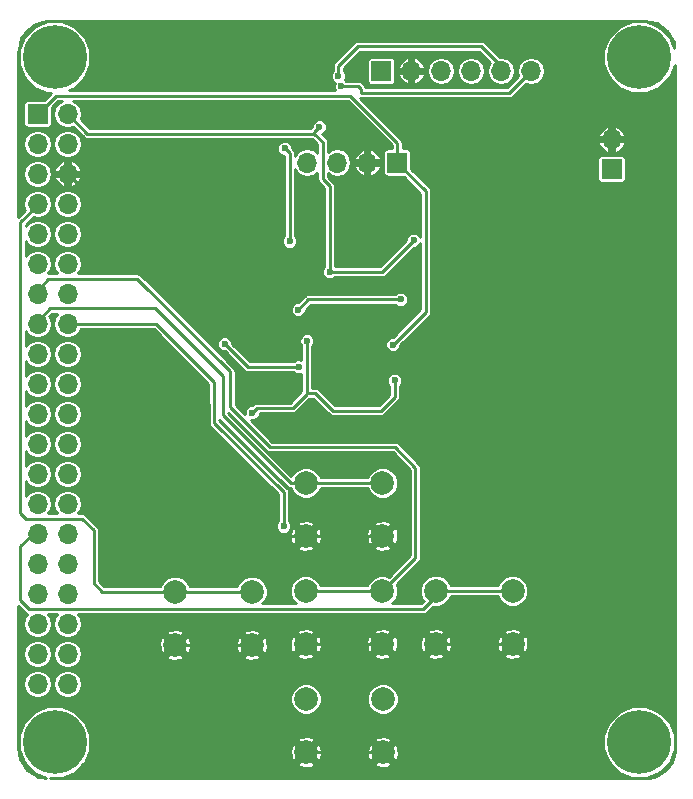
<source format=gbr>
G04 #@! TF.FileFunction,Copper,L2,Bot,Signal*
%FSLAX46Y46*%
G04 Gerber Fmt 4.6, Leading zero omitted, Abs format (unit mm)*
G04 Created by KiCad (PCBNEW 4.0.7) date 07/10/18 09:50:59*
%MOMM*%
%LPD*%
G01*
G04 APERTURE LIST*
%ADD10C,0.100000*%
%ADD11R,1.700000X1.700000*%
%ADD12O,1.700000X1.700000*%
%ADD13C,2.000000*%
%ADD14C,5.400000*%
%ADD15C,0.800000*%
%ADD16C,0.600000*%
%ADD17C,0.250000*%
%ADD18C,0.254000*%
G04 APERTURE END LIST*
D10*
D11*
X116174520Y-84658200D03*
D12*
X118714520Y-84658200D03*
X121254520Y-84658200D03*
X123794520Y-84658200D03*
X126334520Y-84658200D03*
X128874520Y-84658200D03*
D11*
X117515640Y-92425520D03*
D12*
X114975640Y-92425520D03*
X112435640Y-92425520D03*
X109895640Y-92425520D03*
D13*
X109753400Y-133189100D03*
X109753400Y-128689100D03*
X116253400Y-133189100D03*
X116253400Y-128689100D03*
X109768640Y-124045100D03*
X109768640Y-119545100D03*
X116268640Y-124045100D03*
X116268640Y-119545100D03*
X109796580Y-142345800D03*
X109796580Y-137845800D03*
X116296580Y-142345800D03*
X116296580Y-137845800D03*
X98704400Y-133265300D03*
X98704400Y-128765300D03*
X105204400Y-133265300D03*
X105204400Y-128765300D03*
X120777000Y-133181480D03*
X120777000Y-128681480D03*
X127277000Y-133181480D03*
X127277000Y-128681480D03*
D11*
X87061040Y-88290400D03*
D12*
X89601040Y-88290400D03*
X87061040Y-90830400D03*
X89601040Y-90830400D03*
X87061040Y-93370400D03*
X89601040Y-93370400D03*
X87061040Y-95910400D03*
X89601040Y-95910400D03*
X87061040Y-98450400D03*
X89601040Y-98450400D03*
X87061040Y-100990400D03*
X89601040Y-100990400D03*
X87061040Y-103530400D03*
X89601040Y-103530400D03*
X87061040Y-106070400D03*
X89601040Y-106070400D03*
X87061040Y-108610400D03*
X89601040Y-108610400D03*
X87061040Y-111150400D03*
X89601040Y-111150400D03*
X87061040Y-113690400D03*
X89601040Y-113690400D03*
X87061040Y-116230400D03*
X89601040Y-116230400D03*
X87061040Y-118770400D03*
X89601040Y-118770400D03*
X87061040Y-121310400D03*
X89601040Y-121310400D03*
X87061040Y-123850400D03*
X89601040Y-123850400D03*
X87061040Y-126390400D03*
X89601040Y-126390400D03*
X87061040Y-128930400D03*
X89601040Y-128930400D03*
X87061040Y-131470400D03*
X89601040Y-131470400D03*
X87061040Y-134010400D03*
X89601040Y-134010400D03*
X87061040Y-136550400D03*
X89601040Y-136550400D03*
D14*
X88500000Y-141500000D03*
D15*
X90525000Y-141500000D03*
X89931891Y-142931891D03*
X88500000Y-143525000D03*
X87068109Y-142931891D03*
X86475000Y-141500000D03*
X87068109Y-140068109D03*
X88500000Y-139475000D03*
X89931891Y-140068109D03*
D14*
X138000000Y-141500000D03*
D15*
X140025000Y-141500000D03*
X139431891Y-142931891D03*
X138000000Y-143525000D03*
X136568109Y-142931891D03*
X135975000Y-141500000D03*
X136568109Y-140068109D03*
X138000000Y-139475000D03*
X139431891Y-140068109D03*
D14*
X138000000Y-83500000D03*
D15*
X140025000Y-83500000D03*
X139431891Y-84931891D03*
X138000000Y-85525000D03*
X136568109Y-84931891D03*
X135975000Y-83500000D03*
X136568109Y-82068109D03*
X138000000Y-81475000D03*
X139431891Y-82068109D03*
D14*
X88500000Y-83500000D03*
D15*
X90525000Y-83500000D03*
X89931891Y-84931891D03*
X88500000Y-85525000D03*
X87068109Y-84931891D03*
X86475000Y-83500000D03*
X87068109Y-82068109D03*
X88500000Y-81475000D03*
X89931891Y-82068109D03*
D11*
X135661400Y-92989400D03*
D12*
X135661400Y-90449400D03*
D16*
X118242080Y-89448640D03*
X118668800Y-87416640D03*
X91521280Y-95239840D03*
X116067840Y-97861120D03*
X100368100Y-124015500D03*
X117152420Y-107848400D03*
X112776000Y-85968840D03*
X117805200Y-104013000D03*
X109118400Y-104889300D03*
X117287040Y-110865920D03*
X109870240Y-107513120D03*
X105237280Y-113588800D03*
X109159040Y-109728000D03*
X102908100Y-107784900D03*
X107904280Y-123210320D03*
X110916720Y-89413080D03*
X111787940Y-101673660D03*
X118912640Y-98991420D03*
X108000800Y-91216480D03*
X108407200Y-99080320D03*
X112516920Y-85115400D03*
D17*
X118242080Y-87843360D02*
X118242080Y-89448640D01*
X118668800Y-87416640D02*
X118242080Y-87843360D01*
X91521280Y-95239840D02*
X89651840Y-93370400D01*
X89651840Y-93370400D02*
X89601040Y-93370400D01*
X109796580Y-142345800D02*
X116296580Y-142345800D01*
X105204400Y-133265300D02*
X98704400Y-133265300D01*
X116253400Y-133189100D02*
X109753400Y-133189100D01*
X127277000Y-133181480D02*
X120777000Y-133181480D01*
X116268640Y-124045100D02*
X109768640Y-124045100D01*
X114975640Y-96768920D02*
X114975640Y-92425520D01*
X116067840Y-97861120D02*
X114975640Y-96768920D01*
X100397700Y-124045100D02*
X109768640Y-124045100D01*
X100368100Y-124015500D02*
X100397700Y-124045100D01*
X117515640Y-92425520D02*
X117515640Y-90769440D01*
X88597740Y-86753700D02*
X87061040Y-88290400D01*
X113499900Y-86753700D02*
X88597740Y-86753700D01*
X117515640Y-90769440D02*
X113499900Y-86753700D01*
X119946420Y-94856300D02*
X117515640Y-92425520D01*
X119946420Y-105054400D02*
X119946420Y-94856300D01*
X117152420Y-107848400D02*
X119946420Y-105054400D01*
X114442240Y-86522560D02*
X114442240Y-86233000D01*
X114442240Y-86522560D02*
X127010160Y-86522560D01*
X128874520Y-84658200D02*
X127010160Y-86522560D01*
X114178080Y-85968840D02*
X112776000Y-85968840D01*
X114442240Y-86233000D02*
X114178080Y-85968840D01*
X112776000Y-85968840D02*
X112826800Y-86019640D01*
X109994700Y-104013000D02*
X117805200Y-104013000D01*
X109118400Y-104889300D02*
X109994700Y-104013000D01*
X109870240Y-111963200D02*
X110581440Y-111963200D01*
X117287040Y-112308640D02*
X117287040Y-110865920D01*
X116169440Y-113426240D02*
X117287040Y-112308640D01*
X112044480Y-113426240D02*
X116169440Y-113426240D01*
X110581440Y-111963200D02*
X112044480Y-113426240D01*
X109870240Y-111983520D02*
X109870240Y-111963200D01*
X109870240Y-111963200D02*
X109870240Y-107513120D01*
X108651040Y-113202720D02*
X109870240Y-111983520D01*
X105623360Y-113202720D02*
X108651040Y-113202720D01*
X105237280Y-113588800D02*
X105623360Y-113202720D01*
X104851200Y-109728000D02*
X109159040Y-109728000D01*
X102908100Y-107784900D02*
X104851200Y-109728000D01*
X87061040Y-103530400D02*
X87061040Y-103172260D01*
X87061040Y-103172260D02*
X87972900Y-102260400D01*
X119062500Y-125880000D02*
X116253400Y-128689100D01*
X119062500Y-118262400D02*
X119062500Y-125880000D01*
X117309900Y-116509800D02*
X119062500Y-118262400D01*
X106756200Y-116509800D02*
X117309900Y-116509800D01*
X103365300Y-113118900D02*
X106756200Y-116509800D01*
X103365300Y-110109000D02*
X103365300Y-113118900D01*
X95516700Y-102260400D02*
X103365300Y-110109000D01*
X87972900Y-102260400D02*
X95516700Y-102260400D01*
X87061040Y-103530400D02*
X87061040Y-103621840D01*
X116253400Y-128689100D02*
X109753400Y-128689100D01*
X109768640Y-119545100D02*
X116268640Y-119545100D01*
X87061040Y-106070400D02*
X87061040Y-105801160D01*
X87061040Y-105801160D02*
X88087200Y-104775000D01*
X88087200Y-104775000D02*
X97002600Y-104775000D01*
X97002600Y-104775000D02*
X102755700Y-110528100D01*
X102755700Y-110528100D02*
X102755700Y-113817400D01*
X102755700Y-113817400D02*
X108483400Y-119545100D01*
X108483400Y-119545100D02*
X109768640Y-119545100D01*
X89601040Y-106070400D02*
X97078800Y-106070400D01*
X107901740Y-120309640D02*
X107904280Y-123210320D01*
X102011480Y-114475260D02*
X107901740Y-120309640D01*
X101970840Y-111018320D02*
X102011480Y-114475260D01*
X97078800Y-106070400D02*
X101970840Y-111018320D01*
X87061040Y-95910400D02*
X87061040Y-96047560D01*
X87061040Y-96047560D02*
X85618320Y-97490280D01*
X85618320Y-97490280D02*
X85618320Y-122118120D01*
X85618320Y-122118120D02*
X86075520Y-122575320D01*
X86075520Y-122575320D02*
X90863420Y-122575320D01*
X90863420Y-122575320D02*
X91810840Y-123522740D01*
X91810840Y-123522740D02*
X91810840Y-128049020D01*
X91810840Y-128049020D02*
X92527120Y-128765300D01*
X92527120Y-128765300D02*
X98704400Y-128765300D01*
X98704400Y-128765300D02*
X105204400Y-128765300D01*
X120777000Y-128681480D02*
X127277000Y-128681480D01*
X120777000Y-128681480D02*
X120777000Y-129159000D01*
X120777000Y-129159000D02*
X119725440Y-130210560D01*
X119725440Y-130210560D02*
X86299040Y-130210560D01*
X86299040Y-130210560D02*
X85567520Y-129479040D01*
X85567520Y-129479040D02*
X85567520Y-124927360D01*
X85567520Y-124927360D02*
X86644480Y-123850400D01*
X86644480Y-123850400D02*
X87061040Y-123850400D01*
X110490000Y-89976960D02*
X110490000Y-89839800D01*
X110490000Y-89839800D02*
X110916720Y-89413080D01*
X111787940Y-101673660D02*
X111787940Y-94414340D01*
X91287600Y-89976960D02*
X89601040Y-88290400D01*
X110490000Y-89976960D02*
X91287600Y-89976960D01*
X111206280Y-90693240D02*
X110490000Y-89976960D01*
X111206280Y-93832680D02*
X111206280Y-90693240D01*
X111787940Y-94414340D02*
X111206280Y-93832680D01*
X116230400Y-101673660D02*
X111787940Y-101673660D01*
X118912640Y-98991420D02*
X116230400Y-101673660D01*
X108000800Y-91216480D02*
X108407200Y-91622880D01*
X108407200Y-91622880D02*
X108407200Y-99080320D01*
X126334520Y-84658200D02*
X126334520Y-84272120D01*
X126334520Y-84272120D02*
X124625100Y-82562700D01*
X124625100Y-82562700D02*
X114185700Y-82562700D01*
X114185700Y-82562700D02*
X112509300Y-84239100D01*
X112509300Y-84239100D02*
X112516920Y-85115400D01*
D18*
G36*
X139531954Y-80643891D02*
X139589733Y-80682498D01*
X140335064Y-81264220D01*
X140932064Y-82246380D01*
X140937019Y-82271293D01*
X140958255Y-82711940D01*
X140574448Y-81783057D01*
X139721434Y-80928553D01*
X138606347Y-80465528D01*
X137398950Y-80464474D01*
X136283057Y-80925552D01*
X135428553Y-81778566D01*
X134965528Y-82893653D01*
X134964474Y-84101050D01*
X135425552Y-85216943D01*
X136278566Y-86071447D01*
X137393653Y-86534472D01*
X138601050Y-86535526D01*
X139716943Y-86074448D01*
X140571447Y-85221434D01*
X141015893Y-84151089D01*
X141056171Y-142129691D01*
X140951800Y-142654400D01*
X140745325Y-143197754D01*
X140532139Y-143516810D01*
X140109915Y-143969928D01*
X139596035Y-144313291D01*
X139299167Y-144423003D01*
X138707848Y-144540624D01*
X137666121Y-144571720D01*
X88500212Y-144571720D01*
X88145802Y-144534692D01*
X89101050Y-144535526D01*
X90216943Y-144074448D01*
X90927123Y-143365506D01*
X109027190Y-143365506D01*
X109146503Y-143541684D01*
X109653632Y-143699427D01*
X110182524Y-143651092D01*
X110446657Y-143541684D01*
X110565970Y-143365506D01*
X115527190Y-143365506D01*
X115646503Y-143541684D01*
X116153632Y-143699427D01*
X116682524Y-143651092D01*
X116946657Y-143541684D01*
X117065970Y-143365506D01*
X116296580Y-142596116D01*
X115527190Y-143365506D01*
X110565970Y-143365506D01*
X109796580Y-142596116D01*
X109027190Y-143365506D01*
X90927123Y-143365506D01*
X91071447Y-143221434D01*
X91494399Y-142202852D01*
X108442953Y-142202852D01*
X108491288Y-142731744D01*
X108600696Y-142995877D01*
X108776874Y-143115190D01*
X109546264Y-142345800D01*
X110046896Y-142345800D01*
X110816286Y-143115190D01*
X110992464Y-142995877D01*
X111150207Y-142488748D01*
X111124080Y-142202852D01*
X114942953Y-142202852D01*
X114991288Y-142731744D01*
X115100696Y-142995877D01*
X115276874Y-143115190D01*
X116046264Y-142345800D01*
X116546896Y-142345800D01*
X117316286Y-143115190D01*
X117492464Y-142995877D01*
X117650207Y-142488748D01*
X117614776Y-142101050D01*
X134964474Y-142101050D01*
X135425552Y-143216943D01*
X136278566Y-144071447D01*
X137393653Y-144534472D01*
X138601050Y-144535526D01*
X139716943Y-144074448D01*
X140571447Y-143221434D01*
X141034472Y-142106347D01*
X141035526Y-140898950D01*
X140574448Y-139783057D01*
X139721434Y-138928553D01*
X138606347Y-138465528D01*
X137398950Y-138464474D01*
X136283057Y-138925552D01*
X135428553Y-139778566D01*
X134965528Y-140893653D01*
X134964474Y-142101050D01*
X117614776Y-142101050D01*
X117601872Y-141959856D01*
X117492464Y-141695723D01*
X117316286Y-141576410D01*
X116546896Y-142345800D01*
X116046264Y-142345800D01*
X115276874Y-141576410D01*
X115100696Y-141695723D01*
X114942953Y-142202852D01*
X111124080Y-142202852D01*
X111101872Y-141959856D01*
X110992464Y-141695723D01*
X110816286Y-141576410D01*
X110046896Y-142345800D01*
X109546264Y-142345800D01*
X108776874Y-141576410D01*
X108600696Y-141695723D01*
X108442953Y-142202852D01*
X91494399Y-142202852D01*
X91534472Y-142106347D01*
X91535153Y-141326094D01*
X109027190Y-141326094D01*
X109796580Y-142095484D01*
X110565970Y-141326094D01*
X115527190Y-141326094D01*
X116296580Y-142095484D01*
X117065970Y-141326094D01*
X116946657Y-141149916D01*
X116439528Y-140992173D01*
X115910636Y-141040508D01*
X115646503Y-141149916D01*
X115527190Y-141326094D01*
X110565970Y-141326094D01*
X110446657Y-141149916D01*
X109939528Y-140992173D01*
X109410636Y-141040508D01*
X109146503Y-141149916D01*
X109027190Y-141326094D01*
X91535153Y-141326094D01*
X91535526Y-140898950D01*
X91074448Y-139783057D01*
X90221434Y-138928553D01*
X89106347Y-138465528D01*
X87898950Y-138464474D01*
X86783057Y-138925552D01*
X85928553Y-139778566D01*
X85465528Y-140893653D01*
X85464474Y-142101050D01*
X85925552Y-143216943D01*
X86778566Y-144071447D01*
X87809589Y-144499565D01*
X87338072Y-144450302D01*
X87123075Y-144407537D01*
X86729315Y-144196594D01*
X86174273Y-143825727D01*
X85726391Y-143155424D01*
X85599094Y-142910260D01*
X85410000Y-141959618D01*
X85410000Y-138110183D01*
X108461349Y-138110183D01*
X108664162Y-138601029D01*
X109039376Y-138976898D01*
X109529867Y-139180568D01*
X110060963Y-139181031D01*
X110551809Y-138978218D01*
X110927678Y-138603004D01*
X111131348Y-138112513D01*
X111131350Y-138110183D01*
X114961349Y-138110183D01*
X115164162Y-138601029D01*
X115539376Y-138976898D01*
X116029867Y-139180568D01*
X116560963Y-139181031D01*
X117051809Y-138978218D01*
X117427678Y-138603004D01*
X117631348Y-138112513D01*
X117631811Y-137581417D01*
X117428998Y-137090571D01*
X117053784Y-136714702D01*
X116563293Y-136511032D01*
X116032197Y-136510569D01*
X115541351Y-136713382D01*
X115165482Y-137088596D01*
X114961812Y-137579087D01*
X114961349Y-138110183D01*
X111131350Y-138110183D01*
X111131811Y-137581417D01*
X110928998Y-137090571D01*
X110553784Y-136714702D01*
X110063293Y-136511032D01*
X109532197Y-136510569D01*
X109041351Y-136713382D01*
X108665482Y-137088596D01*
X108461812Y-137579087D01*
X108461349Y-138110183D01*
X85410000Y-138110183D01*
X85410000Y-136550400D01*
X85852824Y-136550400D01*
X85943027Y-137003880D01*
X86199902Y-137388322D01*
X86584344Y-137645197D01*
X87037824Y-137735400D01*
X87084256Y-137735400D01*
X87537736Y-137645197D01*
X87922178Y-137388322D01*
X88179053Y-137003880D01*
X88269256Y-136550400D01*
X88392824Y-136550400D01*
X88483027Y-137003880D01*
X88739902Y-137388322D01*
X89124344Y-137645197D01*
X89577824Y-137735400D01*
X89624256Y-137735400D01*
X90077736Y-137645197D01*
X90462178Y-137388322D01*
X90719053Y-137003880D01*
X90809256Y-136550400D01*
X90719053Y-136096920D01*
X90462178Y-135712478D01*
X90077736Y-135455603D01*
X89624256Y-135365400D01*
X89577824Y-135365400D01*
X89124344Y-135455603D01*
X88739902Y-135712478D01*
X88483027Y-136096920D01*
X88392824Y-136550400D01*
X88269256Y-136550400D01*
X88179053Y-136096920D01*
X87922178Y-135712478D01*
X87537736Y-135455603D01*
X87084256Y-135365400D01*
X87037824Y-135365400D01*
X86584344Y-135455603D01*
X86199902Y-135712478D01*
X85943027Y-136096920D01*
X85852824Y-136550400D01*
X85410000Y-136550400D01*
X85410000Y-134010400D01*
X85852824Y-134010400D01*
X85943027Y-134463880D01*
X86199902Y-134848322D01*
X86584344Y-135105197D01*
X87037824Y-135195400D01*
X87084256Y-135195400D01*
X87537736Y-135105197D01*
X87922178Y-134848322D01*
X88179053Y-134463880D01*
X88269256Y-134010400D01*
X88392824Y-134010400D01*
X88483027Y-134463880D01*
X88739902Y-134848322D01*
X89124344Y-135105197D01*
X89577824Y-135195400D01*
X89624256Y-135195400D01*
X90077736Y-135105197D01*
X90462178Y-134848322D01*
X90719053Y-134463880D01*
X90754633Y-134285006D01*
X97935010Y-134285006D01*
X98054323Y-134461184D01*
X98561452Y-134618927D01*
X99090344Y-134570592D01*
X99354477Y-134461184D01*
X99473790Y-134285006D01*
X104435010Y-134285006D01*
X104554323Y-134461184D01*
X105061452Y-134618927D01*
X105590344Y-134570592D01*
X105854477Y-134461184D01*
X105973790Y-134285006D01*
X105897590Y-134208806D01*
X108984010Y-134208806D01*
X109103323Y-134384984D01*
X109610452Y-134542727D01*
X110139344Y-134494392D01*
X110403477Y-134384984D01*
X110522790Y-134208806D01*
X115484010Y-134208806D01*
X115603323Y-134384984D01*
X116110452Y-134542727D01*
X116639344Y-134494392D01*
X116903477Y-134384984D01*
X117022790Y-134208806D01*
X117015170Y-134201186D01*
X120007610Y-134201186D01*
X120126923Y-134377364D01*
X120634052Y-134535107D01*
X121162944Y-134486772D01*
X121427077Y-134377364D01*
X121546390Y-134201186D01*
X126507610Y-134201186D01*
X126626923Y-134377364D01*
X127134052Y-134535107D01*
X127662944Y-134486772D01*
X127927077Y-134377364D01*
X128046390Y-134201186D01*
X127277000Y-133431796D01*
X126507610Y-134201186D01*
X121546390Y-134201186D01*
X120777000Y-133431796D01*
X120007610Y-134201186D01*
X117015170Y-134201186D01*
X116253400Y-133439416D01*
X115484010Y-134208806D01*
X110522790Y-134208806D01*
X109753400Y-133439416D01*
X108984010Y-134208806D01*
X105897590Y-134208806D01*
X105204400Y-133515616D01*
X104435010Y-134285006D01*
X99473790Y-134285006D01*
X98704400Y-133515616D01*
X97935010Y-134285006D01*
X90754633Y-134285006D01*
X90809256Y-134010400D01*
X90719053Y-133556920D01*
X90462178Y-133172478D01*
X90387159Y-133122352D01*
X97350773Y-133122352D01*
X97399108Y-133651244D01*
X97508516Y-133915377D01*
X97684694Y-134034690D01*
X98454084Y-133265300D01*
X98954716Y-133265300D01*
X99724106Y-134034690D01*
X99900284Y-133915377D01*
X100058027Y-133408248D01*
X100031900Y-133122352D01*
X103850773Y-133122352D01*
X103899108Y-133651244D01*
X104008516Y-133915377D01*
X104184694Y-134034690D01*
X104954084Y-133265300D01*
X105454716Y-133265300D01*
X106224106Y-134034690D01*
X106400284Y-133915377D01*
X106558027Y-133408248D01*
X106524936Y-133046152D01*
X108399773Y-133046152D01*
X108448108Y-133575044D01*
X108557516Y-133839177D01*
X108733694Y-133958490D01*
X109503084Y-133189100D01*
X110003716Y-133189100D01*
X110773106Y-133958490D01*
X110949284Y-133839177D01*
X111107027Y-133332048D01*
X111080900Y-133046152D01*
X114899773Y-133046152D01*
X114948108Y-133575044D01*
X115057516Y-133839177D01*
X115233694Y-133958490D01*
X116003084Y-133189100D01*
X116503716Y-133189100D01*
X117273106Y-133958490D01*
X117449284Y-133839177D01*
X117607027Y-133332048D01*
X117580203Y-133038532D01*
X119423373Y-133038532D01*
X119471708Y-133567424D01*
X119581116Y-133831557D01*
X119757294Y-133950870D01*
X120526684Y-133181480D01*
X121027316Y-133181480D01*
X121796706Y-133950870D01*
X121972884Y-133831557D01*
X122130627Y-133324428D01*
X122104500Y-133038532D01*
X125923373Y-133038532D01*
X125971708Y-133567424D01*
X126081116Y-133831557D01*
X126257294Y-133950870D01*
X127026684Y-133181480D01*
X127527316Y-133181480D01*
X128296706Y-133950870D01*
X128472884Y-133831557D01*
X128630627Y-133324428D01*
X128582292Y-132795536D01*
X128472884Y-132531403D01*
X128296706Y-132412090D01*
X127527316Y-133181480D01*
X127026684Y-133181480D01*
X126257294Y-132412090D01*
X126081116Y-132531403D01*
X125923373Y-133038532D01*
X122104500Y-133038532D01*
X122082292Y-132795536D01*
X121972884Y-132531403D01*
X121796706Y-132412090D01*
X121027316Y-133181480D01*
X120526684Y-133181480D01*
X119757294Y-132412090D01*
X119581116Y-132531403D01*
X119423373Y-133038532D01*
X117580203Y-133038532D01*
X117558692Y-132803156D01*
X117449284Y-132539023D01*
X117273106Y-132419710D01*
X116503716Y-133189100D01*
X116003084Y-133189100D01*
X115233694Y-132419710D01*
X115057516Y-132539023D01*
X114899773Y-133046152D01*
X111080900Y-133046152D01*
X111058692Y-132803156D01*
X110949284Y-132539023D01*
X110773106Y-132419710D01*
X110003716Y-133189100D01*
X109503084Y-133189100D01*
X108733694Y-132419710D01*
X108557516Y-132539023D01*
X108399773Y-133046152D01*
X106524936Y-133046152D01*
X106509692Y-132879356D01*
X106400284Y-132615223D01*
X106224106Y-132495910D01*
X105454716Y-133265300D01*
X104954084Y-133265300D01*
X104184694Y-132495910D01*
X104008516Y-132615223D01*
X103850773Y-133122352D01*
X100031900Y-133122352D01*
X100009692Y-132879356D01*
X99900284Y-132615223D01*
X99724106Y-132495910D01*
X98954716Y-133265300D01*
X98454084Y-133265300D01*
X97684694Y-132495910D01*
X97508516Y-132615223D01*
X97350773Y-133122352D01*
X90387159Y-133122352D01*
X90077736Y-132915603D01*
X89624256Y-132825400D01*
X89577824Y-132825400D01*
X89124344Y-132915603D01*
X88739902Y-133172478D01*
X88483027Y-133556920D01*
X88392824Y-134010400D01*
X88269256Y-134010400D01*
X88179053Y-133556920D01*
X87922178Y-133172478D01*
X87537736Y-132915603D01*
X87084256Y-132825400D01*
X87037824Y-132825400D01*
X86584344Y-132915603D01*
X86199902Y-133172478D01*
X85943027Y-133556920D01*
X85852824Y-134010400D01*
X85410000Y-134010400D01*
X85410000Y-129972058D01*
X85973771Y-130535829D01*
X86123005Y-130635545D01*
X86189072Y-130648686D01*
X85943027Y-131016920D01*
X85852824Y-131470400D01*
X85943027Y-131923880D01*
X86199902Y-132308322D01*
X86584344Y-132565197D01*
X87037824Y-132655400D01*
X87084256Y-132655400D01*
X87537736Y-132565197D01*
X87922178Y-132308322D01*
X88179053Y-131923880D01*
X88269256Y-131470400D01*
X88179053Y-131016920D01*
X87947623Y-130670560D01*
X88714457Y-130670560D01*
X88483027Y-131016920D01*
X88392824Y-131470400D01*
X88483027Y-131923880D01*
X88739902Y-132308322D01*
X89124344Y-132565197D01*
X89577824Y-132655400D01*
X89624256Y-132655400D01*
X90077736Y-132565197D01*
X90462178Y-132308322D01*
X90504091Y-132245594D01*
X97935010Y-132245594D01*
X98704400Y-133014984D01*
X99473790Y-132245594D01*
X104435010Y-132245594D01*
X105204400Y-133014984D01*
X105973790Y-132245594D01*
X105922186Y-132169394D01*
X108984010Y-132169394D01*
X109753400Y-132938784D01*
X110522790Y-132169394D01*
X115484010Y-132169394D01*
X116253400Y-132938784D01*
X117022790Y-132169394D01*
X117017630Y-132161774D01*
X120007610Y-132161774D01*
X120777000Y-132931164D01*
X121546390Y-132161774D01*
X126507610Y-132161774D01*
X127277000Y-132931164D01*
X128046390Y-132161774D01*
X127927077Y-131985596D01*
X127419948Y-131827853D01*
X126891056Y-131876188D01*
X126626923Y-131985596D01*
X126507610Y-132161774D01*
X121546390Y-132161774D01*
X121427077Y-131985596D01*
X120919948Y-131827853D01*
X120391056Y-131876188D01*
X120126923Y-131985596D01*
X120007610Y-132161774D01*
X117017630Y-132161774D01*
X116903477Y-131993216D01*
X116396348Y-131835473D01*
X115867456Y-131883808D01*
X115603323Y-131993216D01*
X115484010Y-132169394D01*
X110522790Y-132169394D01*
X110403477Y-131993216D01*
X109896348Y-131835473D01*
X109367456Y-131883808D01*
X109103323Y-131993216D01*
X108984010Y-132169394D01*
X105922186Y-132169394D01*
X105854477Y-132069416D01*
X105347348Y-131911673D01*
X104818456Y-131960008D01*
X104554323Y-132069416D01*
X104435010Y-132245594D01*
X99473790Y-132245594D01*
X99354477Y-132069416D01*
X98847348Y-131911673D01*
X98318456Y-131960008D01*
X98054323Y-132069416D01*
X97935010Y-132245594D01*
X90504091Y-132245594D01*
X90719053Y-131923880D01*
X90809256Y-131470400D01*
X90719053Y-131016920D01*
X90487623Y-130670560D01*
X119725440Y-130670560D01*
X119901475Y-130635545D01*
X120050709Y-130535829D01*
X120570238Y-130016300D01*
X121041383Y-130016711D01*
X121532229Y-129813898D01*
X121908098Y-129438684D01*
X122031508Y-129141480D01*
X126022596Y-129141480D01*
X126144582Y-129436709D01*
X126519796Y-129812578D01*
X127010287Y-130016248D01*
X127541383Y-130016711D01*
X128032229Y-129813898D01*
X128408098Y-129438684D01*
X128611768Y-128948193D01*
X128612231Y-128417097D01*
X128409418Y-127926251D01*
X128034204Y-127550382D01*
X127543713Y-127346712D01*
X127012617Y-127346249D01*
X126521771Y-127549062D01*
X126145902Y-127924276D01*
X126022492Y-128221480D01*
X122031404Y-128221480D01*
X121909418Y-127926251D01*
X121534204Y-127550382D01*
X121043713Y-127346712D01*
X120512617Y-127346249D01*
X120021771Y-127549062D01*
X119645902Y-127924276D01*
X119442232Y-128414767D01*
X119441769Y-128945863D01*
X119644582Y-129436709D01*
X119746578Y-129538884D01*
X119534902Y-129750560D01*
X117079711Y-129750560D01*
X117384498Y-129446304D01*
X117588168Y-128955813D01*
X117588631Y-128424717D01*
X117465740Y-128127298D01*
X119387769Y-126205269D01*
X119487484Y-126056035D01*
X119487485Y-126056034D01*
X119522500Y-125880000D01*
X119522500Y-118262400D01*
X119487485Y-118086366D01*
X119487485Y-118086365D01*
X119387769Y-117937131D01*
X117635169Y-116184531D01*
X117485935Y-116084815D01*
X117309900Y-116049800D01*
X106946738Y-116049800D01*
X105120636Y-114223698D01*
X105363035Y-114223910D01*
X105596508Y-114127440D01*
X105775293Y-113948968D01*
X105872169Y-113715663D01*
X105872215Y-113662720D01*
X108651040Y-113662720D01*
X108827075Y-113627705D01*
X108976309Y-113527989D01*
X110081098Y-112423200D01*
X110390902Y-112423200D01*
X111719211Y-113751509D01*
X111868445Y-113851225D01*
X112044480Y-113886240D01*
X116169440Y-113886240D01*
X116345475Y-113851225D01*
X116494709Y-113751509D01*
X117612309Y-112633909D01*
X117712025Y-112484675D01*
X117747040Y-112308640D01*
X117747040Y-111303964D01*
X117825053Y-111226088D01*
X117921929Y-110992783D01*
X117922150Y-110740165D01*
X117825680Y-110506692D01*
X117647208Y-110327907D01*
X117413903Y-110231031D01*
X117161285Y-110230810D01*
X116927812Y-110327280D01*
X116749027Y-110505752D01*
X116652151Y-110739057D01*
X116651930Y-110991675D01*
X116748400Y-111225148D01*
X116827040Y-111303926D01*
X116827040Y-112118102D01*
X115978902Y-112966240D01*
X112235018Y-112966240D01*
X110906709Y-111637931D01*
X110757475Y-111538215D01*
X110581440Y-111503200D01*
X110330240Y-111503200D01*
X110330240Y-107951164D01*
X110408253Y-107873288D01*
X110505129Y-107639983D01*
X110505350Y-107387365D01*
X110408880Y-107153892D01*
X110230408Y-106975107D01*
X109997103Y-106878231D01*
X109744485Y-106878010D01*
X109511012Y-106974480D01*
X109332227Y-107152952D01*
X109235351Y-107386257D01*
X109235130Y-107638875D01*
X109331600Y-107872348D01*
X109410240Y-107951126D01*
X109410240Y-109144740D01*
X109285903Y-109093111D01*
X109033285Y-109092890D01*
X108799812Y-109189360D01*
X108721034Y-109268000D01*
X105041738Y-109268000D01*
X103543114Y-107769376D01*
X103543210Y-107659145D01*
X103446740Y-107425672D01*
X103268268Y-107246887D01*
X103034963Y-107150011D01*
X102782345Y-107149790D01*
X102548872Y-107246260D01*
X102370087Y-107424732D01*
X102273211Y-107658037D01*
X102272990Y-107910655D01*
X102369460Y-108144128D01*
X102547932Y-108322913D01*
X102781237Y-108419789D01*
X102892548Y-108419886D01*
X104525931Y-110053269D01*
X104675166Y-110152985D01*
X104851200Y-110188000D01*
X108720996Y-110188000D01*
X108798872Y-110266013D01*
X109032177Y-110362889D01*
X109284795Y-110363110D01*
X109410240Y-110311277D01*
X109410240Y-111792982D01*
X108460502Y-112742720D01*
X105623360Y-112742720D01*
X105447325Y-112777735D01*
X105298091Y-112877451D01*
X105221756Y-112953786D01*
X105111525Y-112953690D01*
X104878052Y-113050160D01*
X104699267Y-113228632D01*
X104602391Y-113461937D01*
X104602178Y-113705240D01*
X103825300Y-112928362D01*
X103825300Y-110109000D01*
X103814215Y-110053269D01*
X103790285Y-109932965D01*
X103690569Y-109783731D01*
X98921893Y-105015055D01*
X108483290Y-105015055D01*
X108579760Y-105248528D01*
X108758232Y-105427313D01*
X108991537Y-105524189D01*
X109244155Y-105524410D01*
X109477628Y-105427940D01*
X109656413Y-105249468D01*
X109753289Y-105016163D01*
X109753386Y-104904852D01*
X110185238Y-104473000D01*
X117367156Y-104473000D01*
X117445032Y-104551013D01*
X117678337Y-104647889D01*
X117930955Y-104648110D01*
X118164428Y-104551640D01*
X118343213Y-104373168D01*
X118440089Y-104139863D01*
X118440310Y-103887245D01*
X118343840Y-103653772D01*
X118165368Y-103474987D01*
X117932063Y-103378111D01*
X117679445Y-103377890D01*
X117445972Y-103474360D01*
X117367194Y-103553000D01*
X109994700Y-103553000D01*
X109818666Y-103588015D01*
X109752449Y-103632260D01*
X109669431Y-103687731D01*
X109102876Y-104254286D01*
X108992645Y-104254190D01*
X108759172Y-104350660D01*
X108580387Y-104529132D01*
X108483511Y-104762437D01*
X108483290Y-105015055D01*
X98921893Y-105015055D01*
X95841969Y-101935131D01*
X95692735Y-101835415D01*
X95516700Y-101800400D01*
X90480835Y-101800400D01*
X90719053Y-101443880D01*
X90809256Y-100990400D01*
X90719053Y-100536920D01*
X90462178Y-100152478D01*
X90077736Y-99895603D01*
X89624256Y-99805400D01*
X89577824Y-99805400D01*
X89124344Y-99895603D01*
X88739902Y-100152478D01*
X88483027Y-100536920D01*
X88392824Y-100990400D01*
X88483027Y-101443880D01*
X88721245Y-101800400D01*
X87972900Y-101800400D01*
X87935920Y-101807756D01*
X88179053Y-101443880D01*
X88269256Y-100990400D01*
X88179053Y-100536920D01*
X87922178Y-100152478D01*
X87537736Y-99895603D01*
X87084256Y-99805400D01*
X87037824Y-99805400D01*
X86584344Y-99895603D01*
X86199902Y-100152478D01*
X86078320Y-100334439D01*
X86078320Y-99106361D01*
X86199902Y-99288322D01*
X86584344Y-99545197D01*
X87037824Y-99635400D01*
X87084256Y-99635400D01*
X87537736Y-99545197D01*
X87922178Y-99288322D01*
X88179053Y-98903880D01*
X88269256Y-98450400D01*
X88392824Y-98450400D01*
X88483027Y-98903880D01*
X88739902Y-99288322D01*
X89124344Y-99545197D01*
X89577824Y-99635400D01*
X89624256Y-99635400D01*
X90077736Y-99545197D01*
X90462178Y-99288322D01*
X90719053Y-98903880D01*
X90809256Y-98450400D01*
X90719053Y-97996920D01*
X90462178Y-97612478D01*
X90077736Y-97355603D01*
X89624256Y-97265400D01*
X89577824Y-97265400D01*
X89124344Y-97355603D01*
X88739902Y-97612478D01*
X88483027Y-97996920D01*
X88392824Y-98450400D01*
X88269256Y-98450400D01*
X88179053Y-97996920D01*
X87922178Y-97612478D01*
X87537736Y-97355603D01*
X87084256Y-97265400D01*
X87037824Y-97265400D01*
X86584344Y-97355603D01*
X86199902Y-97612478D01*
X86078320Y-97794439D01*
X86078320Y-97680818D01*
X86725803Y-97033335D01*
X87037824Y-97095400D01*
X87084256Y-97095400D01*
X87537736Y-97005197D01*
X87922178Y-96748322D01*
X88179053Y-96363880D01*
X88269256Y-95910400D01*
X88392824Y-95910400D01*
X88483027Y-96363880D01*
X88739902Y-96748322D01*
X89124344Y-97005197D01*
X89577824Y-97095400D01*
X89624256Y-97095400D01*
X90077736Y-97005197D01*
X90462178Y-96748322D01*
X90719053Y-96363880D01*
X90809256Y-95910400D01*
X90719053Y-95456920D01*
X90462178Y-95072478D01*
X90077736Y-94815603D01*
X89624256Y-94725400D01*
X89577824Y-94725400D01*
X89124344Y-94815603D01*
X88739902Y-95072478D01*
X88483027Y-95456920D01*
X88392824Y-95910400D01*
X88269256Y-95910400D01*
X88179053Y-95456920D01*
X87922178Y-95072478D01*
X87537736Y-94815603D01*
X87084256Y-94725400D01*
X87037824Y-94725400D01*
X86584344Y-94815603D01*
X86199902Y-95072478D01*
X85943027Y-95456920D01*
X85852824Y-95910400D01*
X85943027Y-96363880D01*
X86003571Y-96454491D01*
X85410000Y-97048062D01*
X85410000Y-93370400D01*
X85852824Y-93370400D01*
X85943027Y-93823880D01*
X86199902Y-94208322D01*
X86584344Y-94465197D01*
X87037824Y-94555400D01*
X87084256Y-94555400D01*
X87537736Y-94465197D01*
X87922178Y-94208322D01*
X88179053Y-93823880D01*
X88198022Y-93728516D01*
X88471449Y-93728516D01*
X88549058Y-93915926D01*
X88837899Y-94276976D01*
X89242921Y-94500008D01*
X89424040Y-94458373D01*
X89424040Y-93547400D01*
X89778040Y-93547400D01*
X89778040Y-94458373D01*
X89959159Y-94500008D01*
X90364181Y-94276976D01*
X90653022Y-93915926D01*
X90730631Y-93728516D01*
X90687973Y-93547400D01*
X89778040Y-93547400D01*
X89424040Y-93547400D01*
X88514107Y-93547400D01*
X88471449Y-93728516D01*
X88198022Y-93728516D01*
X88269256Y-93370400D01*
X88198023Y-93012284D01*
X88471449Y-93012284D01*
X88514107Y-93193400D01*
X89424040Y-93193400D01*
X89424040Y-92282427D01*
X89778040Y-92282427D01*
X89778040Y-93193400D01*
X90687973Y-93193400D01*
X90730631Y-93012284D01*
X90653022Y-92824874D01*
X90364181Y-92463824D01*
X89959159Y-92240792D01*
X89778040Y-92282427D01*
X89424040Y-92282427D01*
X89242921Y-92240792D01*
X88837899Y-92463824D01*
X88549058Y-92824874D01*
X88471449Y-93012284D01*
X88198023Y-93012284D01*
X88179053Y-92916920D01*
X87922178Y-92532478D01*
X87537736Y-92275603D01*
X87084256Y-92185400D01*
X87037824Y-92185400D01*
X86584344Y-92275603D01*
X86199902Y-92532478D01*
X85943027Y-92916920D01*
X85852824Y-93370400D01*
X85410000Y-93370400D01*
X85410000Y-90830400D01*
X85852824Y-90830400D01*
X85943027Y-91283880D01*
X86199902Y-91668322D01*
X86584344Y-91925197D01*
X87037824Y-92015400D01*
X87084256Y-92015400D01*
X87537736Y-91925197D01*
X87922178Y-91668322D01*
X88179053Y-91283880D01*
X88269256Y-90830400D01*
X88392824Y-90830400D01*
X88483027Y-91283880D01*
X88739902Y-91668322D01*
X89124344Y-91925197D01*
X89577824Y-92015400D01*
X89624256Y-92015400D01*
X90077736Y-91925197D01*
X90462178Y-91668322D01*
X90719053Y-91283880D01*
X90809256Y-90830400D01*
X90719053Y-90376920D01*
X90462178Y-89992478D01*
X90077736Y-89735603D01*
X89624256Y-89645400D01*
X89577824Y-89645400D01*
X89124344Y-89735603D01*
X88739902Y-89992478D01*
X88483027Y-90376920D01*
X88392824Y-90830400D01*
X88269256Y-90830400D01*
X88179053Y-90376920D01*
X87922178Y-89992478D01*
X87537736Y-89735603D01*
X87084256Y-89645400D01*
X87037824Y-89645400D01*
X86584344Y-89735603D01*
X86199902Y-89992478D01*
X85943027Y-90376920D01*
X85852824Y-90830400D01*
X85410000Y-90830400D01*
X85410000Y-84101050D01*
X85464474Y-84101050D01*
X85925552Y-85216943D01*
X86778566Y-86071447D01*
X87893653Y-86534472D01*
X88166192Y-86534710D01*
X87602065Y-87098837D01*
X86211040Y-87098837D01*
X86086896Y-87122196D01*
X85972878Y-87195565D01*
X85896387Y-87307513D01*
X85869477Y-87440400D01*
X85869477Y-89140400D01*
X85892836Y-89264544D01*
X85966205Y-89378562D01*
X86078153Y-89455053D01*
X86211040Y-89481963D01*
X87911040Y-89481963D01*
X88035184Y-89458604D01*
X88149202Y-89385235D01*
X88225693Y-89273287D01*
X88252603Y-89140400D01*
X88252603Y-87749375D01*
X88788278Y-87213700D01*
X89097260Y-87213700D01*
X88739902Y-87452478D01*
X88483027Y-87836920D01*
X88392824Y-88290400D01*
X88483027Y-88743880D01*
X88739902Y-89128322D01*
X89124344Y-89385197D01*
X89577824Y-89475400D01*
X89624256Y-89475400D01*
X90050681Y-89390579D01*
X90962331Y-90302229D01*
X91111565Y-90401945D01*
X91287600Y-90436960D01*
X110299462Y-90436960D01*
X110746280Y-90883778D01*
X110746280Y-91583416D01*
X110733562Y-91564382D01*
X110349120Y-91307507D01*
X109895640Y-91217304D01*
X109442160Y-91307507D01*
X109057718Y-91564382D01*
X108867200Y-91849513D01*
X108867200Y-91622880D01*
X108832185Y-91446846D01*
X108732469Y-91297611D01*
X108635814Y-91200956D01*
X108635910Y-91090725D01*
X108539440Y-90857252D01*
X108360968Y-90678467D01*
X108127663Y-90581591D01*
X107875045Y-90581370D01*
X107641572Y-90677840D01*
X107462787Y-90856312D01*
X107365911Y-91089617D01*
X107365690Y-91342235D01*
X107462160Y-91575708D01*
X107640632Y-91754493D01*
X107873937Y-91851369D01*
X107947200Y-91851433D01*
X107947200Y-98642276D01*
X107869187Y-98720152D01*
X107772311Y-98953457D01*
X107772090Y-99206075D01*
X107868560Y-99439548D01*
X108047032Y-99618333D01*
X108280337Y-99715209D01*
X108532955Y-99715430D01*
X108766428Y-99618960D01*
X108945213Y-99440488D01*
X109042089Y-99207183D01*
X109042310Y-98954565D01*
X108945840Y-98721092D01*
X108867200Y-98642314D01*
X108867200Y-93001527D01*
X109057718Y-93286658D01*
X109442160Y-93543533D01*
X109895640Y-93633736D01*
X110349120Y-93543533D01*
X110733562Y-93286658D01*
X110746280Y-93267624D01*
X110746280Y-93832680D01*
X110781295Y-94008715D01*
X110881011Y-94157949D01*
X111327940Y-94604878D01*
X111327940Y-101235616D01*
X111249927Y-101313492D01*
X111153051Y-101546797D01*
X111152830Y-101799415D01*
X111249300Y-102032888D01*
X111427772Y-102211673D01*
X111661077Y-102308549D01*
X111913695Y-102308770D01*
X112147168Y-102212300D01*
X112225946Y-102133660D01*
X116230400Y-102133660D01*
X116406435Y-102098645D01*
X116555669Y-101998929D01*
X118928164Y-99626434D01*
X119038395Y-99626530D01*
X119271868Y-99530060D01*
X119450653Y-99351588D01*
X119486420Y-99265451D01*
X119486420Y-104863862D01*
X117136896Y-107213386D01*
X117026665Y-107213290D01*
X116793192Y-107309760D01*
X116614407Y-107488232D01*
X116517531Y-107721537D01*
X116517310Y-107974155D01*
X116613780Y-108207628D01*
X116792252Y-108386413D01*
X117025557Y-108483289D01*
X117278175Y-108483510D01*
X117511648Y-108387040D01*
X117690433Y-108208568D01*
X117787309Y-107975263D01*
X117787406Y-107863952D01*
X120271689Y-105379669D01*
X120371405Y-105230435D01*
X120406420Y-105054400D01*
X120406420Y-94856300D01*
X120371405Y-94680266D01*
X120371405Y-94680265D01*
X120271689Y-94531031D01*
X118707203Y-92966545D01*
X118707203Y-92139400D01*
X134469837Y-92139400D01*
X134469837Y-93839400D01*
X134493196Y-93963544D01*
X134566565Y-94077562D01*
X134678513Y-94154053D01*
X134811400Y-94180963D01*
X136511400Y-94180963D01*
X136635544Y-94157604D01*
X136749562Y-94084235D01*
X136826053Y-93972287D01*
X136852963Y-93839400D01*
X136852963Y-92139400D01*
X136829604Y-92015256D01*
X136756235Y-91901238D01*
X136644287Y-91824747D01*
X136511400Y-91797837D01*
X134811400Y-91797837D01*
X134687256Y-91821196D01*
X134573238Y-91894565D01*
X134496747Y-92006513D01*
X134469837Y-92139400D01*
X118707203Y-92139400D01*
X118707203Y-91575520D01*
X118683844Y-91451376D01*
X118610475Y-91337358D01*
X118498527Y-91260867D01*
X118365640Y-91233957D01*
X117975640Y-91233957D01*
X117975640Y-90807516D01*
X134531809Y-90807516D01*
X134609418Y-90994926D01*
X134898259Y-91355976D01*
X135303281Y-91579008D01*
X135484400Y-91537373D01*
X135484400Y-90626400D01*
X135838400Y-90626400D01*
X135838400Y-91537373D01*
X136019519Y-91579008D01*
X136424541Y-91355976D01*
X136713382Y-90994926D01*
X136790991Y-90807516D01*
X136748333Y-90626400D01*
X135838400Y-90626400D01*
X135484400Y-90626400D01*
X134574467Y-90626400D01*
X134531809Y-90807516D01*
X117975640Y-90807516D01*
X117975640Y-90769440D01*
X117940625Y-90593406D01*
X117940625Y-90593405D01*
X117840909Y-90444171D01*
X117488022Y-90091284D01*
X134531809Y-90091284D01*
X134574467Y-90272400D01*
X135484400Y-90272400D01*
X135484400Y-89361427D01*
X135838400Y-89361427D01*
X135838400Y-90272400D01*
X136748333Y-90272400D01*
X136790991Y-90091284D01*
X136713382Y-89903874D01*
X136424541Y-89542824D01*
X136019519Y-89319792D01*
X135838400Y-89361427D01*
X135484400Y-89361427D01*
X135303281Y-89319792D01*
X134898259Y-89542824D01*
X134609418Y-89903874D01*
X134531809Y-90091284D01*
X117488022Y-90091284D01*
X114363670Y-86966932D01*
X114442240Y-86982560D01*
X127010160Y-86982560D01*
X127186195Y-86947545D01*
X127335429Y-86847829D01*
X128412651Y-85770607D01*
X128421040Y-85776213D01*
X128874520Y-85866416D01*
X129328000Y-85776213D01*
X129712442Y-85519338D01*
X129969317Y-85134896D01*
X130059520Y-84681416D01*
X130059520Y-84634984D01*
X129969317Y-84181504D01*
X129712442Y-83797062D01*
X129328000Y-83540187D01*
X128874520Y-83449984D01*
X128421040Y-83540187D01*
X128036598Y-83797062D01*
X127779723Y-84181504D01*
X127689520Y-84634984D01*
X127689520Y-84681416D01*
X127774341Y-85107841D01*
X126819622Y-86062560D01*
X114868338Y-86062560D01*
X114867225Y-86056965D01*
X114767509Y-85907731D01*
X114503349Y-85643571D01*
X114354115Y-85543855D01*
X114178080Y-85508840D01*
X113214044Y-85508840D01*
X113136168Y-85430827D01*
X113082725Y-85408636D01*
X113151809Y-85242263D01*
X113152030Y-84989645D01*
X113055560Y-84756172D01*
X112973096Y-84673563D01*
X112970960Y-84427978D01*
X113590738Y-83808200D01*
X114982957Y-83808200D01*
X114982957Y-85508200D01*
X115006316Y-85632344D01*
X115079685Y-85746362D01*
X115191633Y-85822853D01*
X115324520Y-85849763D01*
X117024520Y-85849763D01*
X117148664Y-85826404D01*
X117262682Y-85753035D01*
X117339173Y-85641087D01*
X117366083Y-85508200D01*
X117366083Y-85016319D01*
X117584912Y-85016319D01*
X117807944Y-85421341D01*
X118168994Y-85710182D01*
X118356404Y-85787791D01*
X118537520Y-85745133D01*
X118537520Y-84835200D01*
X118891520Y-84835200D01*
X118891520Y-85745133D01*
X119072636Y-85787791D01*
X119260046Y-85710182D01*
X119621096Y-85421341D01*
X119844128Y-85016319D01*
X119802493Y-84835200D01*
X118891520Y-84835200D01*
X118537520Y-84835200D01*
X117626547Y-84835200D01*
X117584912Y-85016319D01*
X117366083Y-85016319D01*
X117366083Y-84634984D01*
X120069520Y-84634984D01*
X120069520Y-84681416D01*
X120159723Y-85134896D01*
X120416598Y-85519338D01*
X120801040Y-85776213D01*
X121254520Y-85866416D01*
X121708000Y-85776213D01*
X122092442Y-85519338D01*
X122349317Y-85134896D01*
X122439520Y-84681416D01*
X122439520Y-84634984D01*
X122609520Y-84634984D01*
X122609520Y-84681416D01*
X122699723Y-85134896D01*
X122956598Y-85519338D01*
X123341040Y-85776213D01*
X123794520Y-85866416D01*
X124248000Y-85776213D01*
X124632442Y-85519338D01*
X124889317Y-85134896D01*
X124979520Y-84681416D01*
X124979520Y-84634984D01*
X124889317Y-84181504D01*
X124632442Y-83797062D01*
X124248000Y-83540187D01*
X123794520Y-83449984D01*
X123341040Y-83540187D01*
X122956598Y-83797062D01*
X122699723Y-84181504D01*
X122609520Y-84634984D01*
X122439520Y-84634984D01*
X122349317Y-84181504D01*
X122092442Y-83797062D01*
X121708000Y-83540187D01*
X121254520Y-83449984D01*
X120801040Y-83540187D01*
X120416598Y-83797062D01*
X120159723Y-84181504D01*
X120069520Y-84634984D01*
X117366083Y-84634984D01*
X117366083Y-84300081D01*
X117584912Y-84300081D01*
X117626547Y-84481200D01*
X118537520Y-84481200D01*
X118537520Y-83571267D01*
X118891520Y-83571267D01*
X118891520Y-84481200D01*
X119802493Y-84481200D01*
X119844128Y-84300081D01*
X119621096Y-83895059D01*
X119260046Y-83606218D01*
X119072636Y-83528609D01*
X118891520Y-83571267D01*
X118537520Y-83571267D01*
X118356404Y-83528609D01*
X118168994Y-83606218D01*
X117807944Y-83895059D01*
X117584912Y-84300081D01*
X117366083Y-84300081D01*
X117366083Y-83808200D01*
X117342724Y-83684056D01*
X117269355Y-83570038D01*
X117157407Y-83493547D01*
X117024520Y-83466637D01*
X115324520Y-83466637D01*
X115200376Y-83489996D01*
X115086358Y-83563365D01*
X115009867Y-83675313D01*
X114982957Y-83808200D01*
X113590738Y-83808200D01*
X114376238Y-83022700D01*
X124434562Y-83022700D01*
X125381372Y-83969510D01*
X125239723Y-84181504D01*
X125149520Y-84634984D01*
X125149520Y-84681416D01*
X125239723Y-85134896D01*
X125496598Y-85519338D01*
X125881040Y-85776213D01*
X126334520Y-85866416D01*
X126788000Y-85776213D01*
X127172442Y-85519338D01*
X127429317Y-85134896D01*
X127519520Y-84681416D01*
X127519520Y-84634984D01*
X127429317Y-84181504D01*
X127172442Y-83797062D01*
X126788000Y-83540187D01*
X126334520Y-83449984D01*
X126191392Y-83478454D01*
X124950369Y-82237431D01*
X124801135Y-82137715D01*
X124625100Y-82102700D01*
X114185700Y-82102700D01*
X114009665Y-82137715D01*
X113860431Y-82237431D01*
X112184031Y-83913831D01*
X112182899Y-83915526D01*
X112181215Y-83916672D01*
X112133098Y-83990056D01*
X112084315Y-84063065D01*
X112083917Y-84065064D01*
X112082800Y-84066768D01*
X112066418Y-84153039D01*
X112049300Y-84239100D01*
X112049697Y-84241097D01*
X112049317Y-84243100D01*
X112053126Y-84681143D01*
X111978907Y-84755232D01*
X111882031Y-84988537D01*
X111881810Y-85241155D01*
X111978280Y-85474628D01*
X112156752Y-85653413D01*
X112210195Y-85675604D01*
X112141111Y-85841977D01*
X112140890Y-86094595D01*
X112223159Y-86293700D01*
X89686313Y-86293700D01*
X90216943Y-86074448D01*
X91071447Y-85221434D01*
X91534472Y-84106347D01*
X91535526Y-82898950D01*
X91074448Y-81783057D01*
X90221434Y-80928553D01*
X89106347Y-80465528D01*
X87898950Y-80464474D01*
X86783057Y-80925552D01*
X85928553Y-81778566D01*
X85465528Y-82893653D01*
X85464474Y-84101050D01*
X85410000Y-84101050D01*
X85410000Y-83114047D01*
X85461035Y-82841860D01*
X85479005Y-82817915D01*
X85488185Y-82791405D01*
X85690348Y-81898519D01*
X86003756Y-81429471D01*
X86306272Y-81086074D01*
X86748959Y-80790280D01*
X87203180Y-80576529D01*
X87797686Y-80458275D01*
X88556865Y-80431637D01*
X106198212Y-80410000D01*
X138429325Y-80410000D01*
X139531954Y-80643891D01*
X139531954Y-80643891D01*
G37*
X139531954Y-80643891D02*
X139589733Y-80682498D01*
X140335064Y-81264220D01*
X140932064Y-82246380D01*
X140937019Y-82271293D01*
X140958255Y-82711940D01*
X140574448Y-81783057D01*
X139721434Y-80928553D01*
X138606347Y-80465528D01*
X137398950Y-80464474D01*
X136283057Y-80925552D01*
X135428553Y-81778566D01*
X134965528Y-82893653D01*
X134964474Y-84101050D01*
X135425552Y-85216943D01*
X136278566Y-86071447D01*
X137393653Y-86534472D01*
X138601050Y-86535526D01*
X139716943Y-86074448D01*
X140571447Y-85221434D01*
X141015893Y-84151089D01*
X141056171Y-142129691D01*
X140951800Y-142654400D01*
X140745325Y-143197754D01*
X140532139Y-143516810D01*
X140109915Y-143969928D01*
X139596035Y-144313291D01*
X139299167Y-144423003D01*
X138707848Y-144540624D01*
X137666121Y-144571720D01*
X88500212Y-144571720D01*
X88145802Y-144534692D01*
X89101050Y-144535526D01*
X90216943Y-144074448D01*
X90927123Y-143365506D01*
X109027190Y-143365506D01*
X109146503Y-143541684D01*
X109653632Y-143699427D01*
X110182524Y-143651092D01*
X110446657Y-143541684D01*
X110565970Y-143365506D01*
X115527190Y-143365506D01*
X115646503Y-143541684D01*
X116153632Y-143699427D01*
X116682524Y-143651092D01*
X116946657Y-143541684D01*
X117065970Y-143365506D01*
X116296580Y-142596116D01*
X115527190Y-143365506D01*
X110565970Y-143365506D01*
X109796580Y-142596116D01*
X109027190Y-143365506D01*
X90927123Y-143365506D01*
X91071447Y-143221434D01*
X91494399Y-142202852D01*
X108442953Y-142202852D01*
X108491288Y-142731744D01*
X108600696Y-142995877D01*
X108776874Y-143115190D01*
X109546264Y-142345800D01*
X110046896Y-142345800D01*
X110816286Y-143115190D01*
X110992464Y-142995877D01*
X111150207Y-142488748D01*
X111124080Y-142202852D01*
X114942953Y-142202852D01*
X114991288Y-142731744D01*
X115100696Y-142995877D01*
X115276874Y-143115190D01*
X116046264Y-142345800D01*
X116546896Y-142345800D01*
X117316286Y-143115190D01*
X117492464Y-142995877D01*
X117650207Y-142488748D01*
X117614776Y-142101050D01*
X134964474Y-142101050D01*
X135425552Y-143216943D01*
X136278566Y-144071447D01*
X137393653Y-144534472D01*
X138601050Y-144535526D01*
X139716943Y-144074448D01*
X140571447Y-143221434D01*
X141034472Y-142106347D01*
X141035526Y-140898950D01*
X140574448Y-139783057D01*
X139721434Y-138928553D01*
X138606347Y-138465528D01*
X137398950Y-138464474D01*
X136283057Y-138925552D01*
X135428553Y-139778566D01*
X134965528Y-140893653D01*
X134964474Y-142101050D01*
X117614776Y-142101050D01*
X117601872Y-141959856D01*
X117492464Y-141695723D01*
X117316286Y-141576410D01*
X116546896Y-142345800D01*
X116046264Y-142345800D01*
X115276874Y-141576410D01*
X115100696Y-141695723D01*
X114942953Y-142202852D01*
X111124080Y-142202852D01*
X111101872Y-141959856D01*
X110992464Y-141695723D01*
X110816286Y-141576410D01*
X110046896Y-142345800D01*
X109546264Y-142345800D01*
X108776874Y-141576410D01*
X108600696Y-141695723D01*
X108442953Y-142202852D01*
X91494399Y-142202852D01*
X91534472Y-142106347D01*
X91535153Y-141326094D01*
X109027190Y-141326094D01*
X109796580Y-142095484D01*
X110565970Y-141326094D01*
X115527190Y-141326094D01*
X116296580Y-142095484D01*
X117065970Y-141326094D01*
X116946657Y-141149916D01*
X116439528Y-140992173D01*
X115910636Y-141040508D01*
X115646503Y-141149916D01*
X115527190Y-141326094D01*
X110565970Y-141326094D01*
X110446657Y-141149916D01*
X109939528Y-140992173D01*
X109410636Y-141040508D01*
X109146503Y-141149916D01*
X109027190Y-141326094D01*
X91535153Y-141326094D01*
X91535526Y-140898950D01*
X91074448Y-139783057D01*
X90221434Y-138928553D01*
X89106347Y-138465528D01*
X87898950Y-138464474D01*
X86783057Y-138925552D01*
X85928553Y-139778566D01*
X85465528Y-140893653D01*
X85464474Y-142101050D01*
X85925552Y-143216943D01*
X86778566Y-144071447D01*
X87809589Y-144499565D01*
X87338072Y-144450302D01*
X87123075Y-144407537D01*
X86729315Y-144196594D01*
X86174273Y-143825727D01*
X85726391Y-143155424D01*
X85599094Y-142910260D01*
X85410000Y-141959618D01*
X85410000Y-138110183D01*
X108461349Y-138110183D01*
X108664162Y-138601029D01*
X109039376Y-138976898D01*
X109529867Y-139180568D01*
X110060963Y-139181031D01*
X110551809Y-138978218D01*
X110927678Y-138603004D01*
X111131348Y-138112513D01*
X111131350Y-138110183D01*
X114961349Y-138110183D01*
X115164162Y-138601029D01*
X115539376Y-138976898D01*
X116029867Y-139180568D01*
X116560963Y-139181031D01*
X117051809Y-138978218D01*
X117427678Y-138603004D01*
X117631348Y-138112513D01*
X117631811Y-137581417D01*
X117428998Y-137090571D01*
X117053784Y-136714702D01*
X116563293Y-136511032D01*
X116032197Y-136510569D01*
X115541351Y-136713382D01*
X115165482Y-137088596D01*
X114961812Y-137579087D01*
X114961349Y-138110183D01*
X111131350Y-138110183D01*
X111131811Y-137581417D01*
X110928998Y-137090571D01*
X110553784Y-136714702D01*
X110063293Y-136511032D01*
X109532197Y-136510569D01*
X109041351Y-136713382D01*
X108665482Y-137088596D01*
X108461812Y-137579087D01*
X108461349Y-138110183D01*
X85410000Y-138110183D01*
X85410000Y-136550400D01*
X85852824Y-136550400D01*
X85943027Y-137003880D01*
X86199902Y-137388322D01*
X86584344Y-137645197D01*
X87037824Y-137735400D01*
X87084256Y-137735400D01*
X87537736Y-137645197D01*
X87922178Y-137388322D01*
X88179053Y-137003880D01*
X88269256Y-136550400D01*
X88392824Y-136550400D01*
X88483027Y-137003880D01*
X88739902Y-137388322D01*
X89124344Y-137645197D01*
X89577824Y-137735400D01*
X89624256Y-137735400D01*
X90077736Y-137645197D01*
X90462178Y-137388322D01*
X90719053Y-137003880D01*
X90809256Y-136550400D01*
X90719053Y-136096920D01*
X90462178Y-135712478D01*
X90077736Y-135455603D01*
X89624256Y-135365400D01*
X89577824Y-135365400D01*
X89124344Y-135455603D01*
X88739902Y-135712478D01*
X88483027Y-136096920D01*
X88392824Y-136550400D01*
X88269256Y-136550400D01*
X88179053Y-136096920D01*
X87922178Y-135712478D01*
X87537736Y-135455603D01*
X87084256Y-135365400D01*
X87037824Y-135365400D01*
X86584344Y-135455603D01*
X86199902Y-135712478D01*
X85943027Y-136096920D01*
X85852824Y-136550400D01*
X85410000Y-136550400D01*
X85410000Y-134010400D01*
X85852824Y-134010400D01*
X85943027Y-134463880D01*
X86199902Y-134848322D01*
X86584344Y-135105197D01*
X87037824Y-135195400D01*
X87084256Y-135195400D01*
X87537736Y-135105197D01*
X87922178Y-134848322D01*
X88179053Y-134463880D01*
X88269256Y-134010400D01*
X88392824Y-134010400D01*
X88483027Y-134463880D01*
X88739902Y-134848322D01*
X89124344Y-135105197D01*
X89577824Y-135195400D01*
X89624256Y-135195400D01*
X90077736Y-135105197D01*
X90462178Y-134848322D01*
X90719053Y-134463880D01*
X90754633Y-134285006D01*
X97935010Y-134285006D01*
X98054323Y-134461184D01*
X98561452Y-134618927D01*
X99090344Y-134570592D01*
X99354477Y-134461184D01*
X99473790Y-134285006D01*
X104435010Y-134285006D01*
X104554323Y-134461184D01*
X105061452Y-134618927D01*
X105590344Y-134570592D01*
X105854477Y-134461184D01*
X105973790Y-134285006D01*
X105897590Y-134208806D01*
X108984010Y-134208806D01*
X109103323Y-134384984D01*
X109610452Y-134542727D01*
X110139344Y-134494392D01*
X110403477Y-134384984D01*
X110522790Y-134208806D01*
X115484010Y-134208806D01*
X115603323Y-134384984D01*
X116110452Y-134542727D01*
X116639344Y-134494392D01*
X116903477Y-134384984D01*
X117022790Y-134208806D01*
X117015170Y-134201186D01*
X120007610Y-134201186D01*
X120126923Y-134377364D01*
X120634052Y-134535107D01*
X121162944Y-134486772D01*
X121427077Y-134377364D01*
X121546390Y-134201186D01*
X126507610Y-134201186D01*
X126626923Y-134377364D01*
X127134052Y-134535107D01*
X127662944Y-134486772D01*
X127927077Y-134377364D01*
X128046390Y-134201186D01*
X127277000Y-133431796D01*
X126507610Y-134201186D01*
X121546390Y-134201186D01*
X120777000Y-133431796D01*
X120007610Y-134201186D01*
X117015170Y-134201186D01*
X116253400Y-133439416D01*
X115484010Y-134208806D01*
X110522790Y-134208806D01*
X109753400Y-133439416D01*
X108984010Y-134208806D01*
X105897590Y-134208806D01*
X105204400Y-133515616D01*
X104435010Y-134285006D01*
X99473790Y-134285006D01*
X98704400Y-133515616D01*
X97935010Y-134285006D01*
X90754633Y-134285006D01*
X90809256Y-134010400D01*
X90719053Y-133556920D01*
X90462178Y-133172478D01*
X90387159Y-133122352D01*
X97350773Y-133122352D01*
X97399108Y-133651244D01*
X97508516Y-133915377D01*
X97684694Y-134034690D01*
X98454084Y-133265300D01*
X98954716Y-133265300D01*
X99724106Y-134034690D01*
X99900284Y-133915377D01*
X100058027Y-133408248D01*
X100031900Y-133122352D01*
X103850773Y-133122352D01*
X103899108Y-133651244D01*
X104008516Y-133915377D01*
X104184694Y-134034690D01*
X104954084Y-133265300D01*
X105454716Y-133265300D01*
X106224106Y-134034690D01*
X106400284Y-133915377D01*
X106558027Y-133408248D01*
X106524936Y-133046152D01*
X108399773Y-133046152D01*
X108448108Y-133575044D01*
X108557516Y-133839177D01*
X108733694Y-133958490D01*
X109503084Y-133189100D01*
X110003716Y-133189100D01*
X110773106Y-133958490D01*
X110949284Y-133839177D01*
X111107027Y-133332048D01*
X111080900Y-133046152D01*
X114899773Y-133046152D01*
X114948108Y-133575044D01*
X115057516Y-133839177D01*
X115233694Y-133958490D01*
X116003084Y-133189100D01*
X116503716Y-133189100D01*
X117273106Y-133958490D01*
X117449284Y-133839177D01*
X117607027Y-133332048D01*
X117580203Y-133038532D01*
X119423373Y-133038532D01*
X119471708Y-133567424D01*
X119581116Y-133831557D01*
X119757294Y-133950870D01*
X120526684Y-133181480D01*
X121027316Y-133181480D01*
X121796706Y-133950870D01*
X121972884Y-133831557D01*
X122130627Y-133324428D01*
X122104500Y-133038532D01*
X125923373Y-133038532D01*
X125971708Y-133567424D01*
X126081116Y-133831557D01*
X126257294Y-133950870D01*
X127026684Y-133181480D01*
X127527316Y-133181480D01*
X128296706Y-133950870D01*
X128472884Y-133831557D01*
X128630627Y-133324428D01*
X128582292Y-132795536D01*
X128472884Y-132531403D01*
X128296706Y-132412090D01*
X127527316Y-133181480D01*
X127026684Y-133181480D01*
X126257294Y-132412090D01*
X126081116Y-132531403D01*
X125923373Y-133038532D01*
X122104500Y-133038532D01*
X122082292Y-132795536D01*
X121972884Y-132531403D01*
X121796706Y-132412090D01*
X121027316Y-133181480D01*
X120526684Y-133181480D01*
X119757294Y-132412090D01*
X119581116Y-132531403D01*
X119423373Y-133038532D01*
X117580203Y-133038532D01*
X117558692Y-132803156D01*
X117449284Y-132539023D01*
X117273106Y-132419710D01*
X116503716Y-133189100D01*
X116003084Y-133189100D01*
X115233694Y-132419710D01*
X115057516Y-132539023D01*
X114899773Y-133046152D01*
X111080900Y-133046152D01*
X111058692Y-132803156D01*
X110949284Y-132539023D01*
X110773106Y-132419710D01*
X110003716Y-133189100D01*
X109503084Y-133189100D01*
X108733694Y-132419710D01*
X108557516Y-132539023D01*
X108399773Y-133046152D01*
X106524936Y-133046152D01*
X106509692Y-132879356D01*
X106400284Y-132615223D01*
X106224106Y-132495910D01*
X105454716Y-133265300D01*
X104954084Y-133265300D01*
X104184694Y-132495910D01*
X104008516Y-132615223D01*
X103850773Y-133122352D01*
X100031900Y-133122352D01*
X100009692Y-132879356D01*
X99900284Y-132615223D01*
X99724106Y-132495910D01*
X98954716Y-133265300D01*
X98454084Y-133265300D01*
X97684694Y-132495910D01*
X97508516Y-132615223D01*
X97350773Y-133122352D01*
X90387159Y-133122352D01*
X90077736Y-132915603D01*
X89624256Y-132825400D01*
X89577824Y-132825400D01*
X89124344Y-132915603D01*
X88739902Y-133172478D01*
X88483027Y-133556920D01*
X88392824Y-134010400D01*
X88269256Y-134010400D01*
X88179053Y-133556920D01*
X87922178Y-133172478D01*
X87537736Y-132915603D01*
X87084256Y-132825400D01*
X87037824Y-132825400D01*
X86584344Y-132915603D01*
X86199902Y-133172478D01*
X85943027Y-133556920D01*
X85852824Y-134010400D01*
X85410000Y-134010400D01*
X85410000Y-129972058D01*
X85973771Y-130535829D01*
X86123005Y-130635545D01*
X86189072Y-130648686D01*
X85943027Y-131016920D01*
X85852824Y-131470400D01*
X85943027Y-131923880D01*
X86199902Y-132308322D01*
X86584344Y-132565197D01*
X87037824Y-132655400D01*
X87084256Y-132655400D01*
X87537736Y-132565197D01*
X87922178Y-132308322D01*
X88179053Y-131923880D01*
X88269256Y-131470400D01*
X88179053Y-131016920D01*
X87947623Y-130670560D01*
X88714457Y-130670560D01*
X88483027Y-131016920D01*
X88392824Y-131470400D01*
X88483027Y-131923880D01*
X88739902Y-132308322D01*
X89124344Y-132565197D01*
X89577824Y-132655400D01*
X89624256Y-132655400D01*
X90077736Y-132565197D01*
X90462178Y-132308322D01*
X90504091Y-132245594D01*
X97935010Y-132245594D01*
X98704400Y-133014984D01*
X99473790Y-132245594D01*
X104435010Y-132245594D01*
X105204400Y-133014984D01*
X105973790Y-132245594D01*
X105922186Y-132169394D01*
X108984010Y-132169394D01*
X109753400Y-132938784D01*
X110522790Y-132169394D01*
X115484010Y-132169394D01*
X116253400Y-132938784D01*
X117022790Y-132169394D01*
X117017630Y-132161774D01*
X120007610Y-132161774D01*
X120777000Y-132931164D01*
X121546390Y-132161774D01*
X126507610Y-132161774D01*
X127277000Y-132931164D01*
X128046390Y-132161774D01*
X127927077Y-131985596D01*
X127419948Y-131827853D01*
X126891056Y-131876188D01*
X126626923Y-131985596D01*
X126507610Y-132161774D01*
X121546390Y-132161774D01*
X121427077Y-131985596D01*
X120919948Y-131827853D01*
X120391056Y-131876188D01*
X120126923Y-131985596D01*
X120007610Y-132161774D01*
X117017630Y-132161774D01*
X116903477Y-131993216D01*
X116396348Y-131835473D01*
X115867456Y-131883808D01*
X115603323Y-131993216D01*
X115484010Y-132169394D01*
X110522790Y-132169394D01*
X110403477Y-131993216D01*
X109896348Y-131835473D01*
X109367456Y-131883808D01*
X109103323Y-131993216D01*
X108984010Y-132169394D01*
X105922186Y-132169394D01*
X105854477Y-132069416D01*
X105347348Y-131911673D01*
X104818456Y-131960008D01*
X104554323Y-132069416D01*
X104435010Y-132245594D01*
X99473790Y-132245594D01*
X99354477Y-132069416D01*
X98847348Y-131911673D01*
X98318456Y-131960008D01*
X98054323Y-132069416D01*
X97935010Y-132245594D01*
X90504091Y-132245594D01*
X90719053Y-131923880D01*
X90809256Y-131470400D01*
X90719053Y-131016920D01*
X90487623Y-130670560D01*
X119725440Y-130670560D01*
X119901475Y-130635545D01*
X120050709Y-130535829D01*
X120570238Y-130016300D01*
X121041383Y-130016711D01*
X121532229Y-129813898D01*
X121908098Y-129438684D01*
X122031508Y-129141480D01*
X126022596Y-129141480D01*
X126144582Y-129436709D01*
X126519796Y-129812578D01*
X127010287Y-130016248D01*
X127541383Y-130016711D01*
X128032229Y-129813898D01*
X128408098Y-129438684D01*
X128611768Y-128948193D01*
X128612231Y-128417097D01*
X128409418Y-127926251D01*
X128034204Y-127550382D01*
X127543713Y-127346712D01*
X127012617Y-127346249D01*
X126521771Y-127549062D01*
X126145902Y-127924276D01*
X126022492Y-128221480D01*
X122031404Y-128221480D01*
X121909418Y-127926251D01*
X121534204Y-127550382D01*
X121043713Y-127346712D01*
X120512617Y-127346249D01*
X120021771Y-127549062D01*
X119645902Y-127924276D01*
X119442232Y-128414767D01*
X119441769Y-128945863D01*
X119644582Y-129436709D01*
X119746578Y-129538884D01*
X119534902Y-129750560D01*
X117079711Y-129750560D01*
X117384498Y-129446304D01*
X117588168Y-128955813D01*
X117588631Y-128424717D01*
X117465740Y-128127298D01*
X119387769Y-126205269D01*
X119487484Y-126056035D01*
X119487485Y-126056034D01*
X119522500Y-125880000D01*
X119522500Y-118262400D01*
X119487485Y-118086366D01*
X119487485Y-118086365D01*
X119387769Y-117937131D01*
X117635169Y-116184531D01*
X117485935Y-116084815D01*
X117309900Y-116049800D01*
X106946738Y-116049800D01*
X105120636Y-114223698D01*
X105363035Y-114223910D01*
X105596508Y-114127440D01*
X105775293Y-113948968D01*
X105872169Y-113715663D01*
X105872215Y-113662720D01*
X108651040Y-113662720D01*
X108827075Y-113627705D01*
X108976309Y-113527989D01*
X110081098Y-112423200D01*
X110390902Y-112423200D01*
X111719211Y-113751509D01*
X111868445Y-113851225D01*
X112044480Y-113886240D01*
X116169440Y-113886240D01*
X116345475Y-113851225D01*
X116494709Y-113751509D01*
X117612309Y-112633909D01*
X117712025Y-112484675D01*
X117747040Y-112308640D01*
X117747040Y-111303964D01*
X117825053Y-111226088D01*
X117921929Y-110992783D01*
X117922150Y-110740165D01*
X117825680Y-110506692D01*
X117647208Y-110327907D01*
X117413903Y-110231031D01*
X117161285Y-110230810D01*
X116927812Y-110327280D01*
X116749027Y-110505752D01*
X116652151Y-110739057D01*
X116651930Y-110991675D01*
X116748400Y-111225148D01*
X116827040Y-111303926D01*
X116827040Y-112118102D01*
X115978902Y-112966240D01*
X112235018Y-112966240D01*
X110906709Y-111637931D01*
X110757475Y-111538215D01*
X110581440Y-111503200D01*
X110330240Y-111503200D01*
X110330240Y-107951164D01*
X110408253Y-107873288D01*
X110505129Y-107639983D01*
X110505350Y-107387365D01*
X110408880Y-107153892D01*
X110230408Y-106975107D01*
X109997103Y-106878231D01*
X109744485Y-106878010D01*
X109511012Y-106974480D01*
X109332227Y-107152952D01*
X109235351Y-107386257D01*
X109235130Y-107638875D01*
X109331600Y-107872348D01*
X109410240Y-107951126D01*
X109410240Y-109144740D01*
X109285903Y-109093111D01*
X109033285Y-109092890D01*
X108799812Y-109189360D01*
X108721034Y-109268000D01*
X105041738Y-109268000D01*
X103543114Y-107769376D01*
X103543210Y-107659145D01*
X103446740Y-107425672D01*
X103268268Y-107246887D01*
X103034963Y-107150011D01*
X102782345Y-107149790D01*
X102548872Y-107246260D01*
X102370087Y-107424732D01*
X102273211Y-107658037D01*
X102272990Y-107910655D01*
X102369460Y-108144128D01*
X102547932Y-108322913D01*
X102781237Y-108419789D01*
X102892548Y-108419886D01*
X104525931Y-110053269D01*
X104675166Y-110152985D01*
X104851200Y-110188000D01*
X108720996Y-110188000D01*
X108798872Y-110266013D01*
X109032177Y-110362889D01*
X109284795Y-110363110D01*
X109410240Y-110311277D01*
X109410240Y-111792982D01*
X108460502Y-112742720D01*
X105623360Y-112742720D01*
X105447325Y-112777735D01*
X105298091Y-112877451D01*
X105221756Y-112953786D01*
X105111525Y-112953690D01*
X104878052Y-113050160D01*
X104699267Y-113228632D01*
X104602391Y-113461937D01*
X104602178Y-113705240D01*
X103825300Y-112928362D01*
X103825300Y-110109000D01*
X103814215Y-110053269D01*
X103790285Y-109932965D01*
X103690569Y-109783731D01*
X98921893Y-105015055D01*
X108483290Y-105015055D01*
X108579760Y-105248528D01*
X108758232Y-105427313D01*
X108991537Y-105524189D01*
X109244155Y-105524410D01*
X109477628Y-105427940D01*
X109656413Y-105249468D01*
X109753289Y-105016163D01*
X109753386Y-104904852D01*
X110185238Y-104473000D01*
X117367156Y-104473000D01*
X117445032Y-104551013D01*
X117678337Y-104647889D01*
X117930955Y-104648110D01*
X118164428Y-104551640D01*
X118343213Y-104373168D01*
X118440089Y-104139863D01*
X118440310Y-103887245D01*
X118343840Y-103653772D01*
X118165368Y-103474987D01*
X117932063Y-103378111D01*
X117679445Y-103377890D01*
X117445972Y-103474360D01*
X117367194Y-103553000D01*
X109994700Y-103553000D01*
X109818666Y-103588015D01*
X109752449Y-103632260D01*
X109669431Y-103687731D01*
X109102876Y-104254286D01*
X108992645Y-104254190D01*
X108759172Y-104350660D01*
X108580387Y-104529132D01*
X108483511Y-104762437D01*
X108483290Y-105015055D01*
X98921893Y-105015055D01*
X95841969Y-101935131D01*
X95692735Y-101835415D01*
X95516700Y-101800400D01*
X90480835Y-101800400D01*
X90719053Y-101443880D01*
X90809256Y-100990400D01*
X90719053Y-100536920D01*
X90462178Y-100152478D01*
X90077736Y-99895603D01*
X89624256Y-99805400D01*
X89577824Y-99805400D01*
X89124344Y-99895603D01*
X88739902Y-100152478D01*
X88483027Y-100536920D01*
X88392824Y-100990400D01*
X88483027Y-101443880D01*
X88721245Y-101800400D01*
X87972900Y-101800400D01*
X87935920Y-101807756D01*
X88179053Y-101443880D01*
X88269256Y-100990400D01*
X88179053Y-100536920D01*
X87922178Y-100152478D01*
X87537736Y-99895603D01*
X87084256Y-99805400D01*
X87037824Y-99805400D01*
X86584344Y-99895603D01*
X86199902Y-100152478D01*
X86078320Y-100334439D01*
X86078320Y-99106361D01*
X86199902Y-99288322D01*
X86584344Y-99545197D01*
X87037824Y-99635400D01*
X87084256Y-99635400D01*
X87537736Y-99545197D01*
X87922178Y-99288322D01*
X88179053Y-98903880D01*
X88269256Y-98450400D01*
X88392824Y-98450400D01*
X88483027Y-98903880D01*
X88739902Y-99288322D01*
X89124344Y-99545197D01*
X89577824Y-99635400D01*
X89624256Y-99635400D01*
X90077736Y-99545197D01*
X90462178Y-99288322D01*
X90719053Y-98903880D01*
X90809256Y-98450400D01*
X90719053Y-97996920D01*
X90462178Y-97612478D01*
X90077736Y-97355603D01*
X89624256Y-97265400D01*
X89577824Y-97265400D01*
X89124344Y-97355603D01*
X88739902Y-97612478D01*
X88483027Y-97996920D01*
X88392824Y-98450400D01*
X88269256Y-98450400D01*
X88179053Y-97996920D01*
X87922178Y-97612478D01*
X87537736Y-97355603D01*
X87084256Y-97265400D01*
X87037824Y-97265400D01*
X86584344Y-97355603D01*
X86199902Y-97612478D01*
X86078320Y-97794439D01*
X86078320Y-97680818D01*
X86725803Y-97033335D01*
X87037824Y-97095400D01*
X87084256Y-97095400D01*
X87537736Y-97005197D01*
X87922178Y-96748322D01*
X88179053Y-96363880D01*
X88269256Y-95910400D01*
X88392824Y-95910400D01*
X88483027Y-96363880D01*
X88739902Y-96748322D01*
X89124344Y-97005197D01*
X89577824Y-97095400D01*
X89624256Y-97095400D01*
X90077736Y-97005197D01*
X90462178Y-96748322D01*
X90719053Y-96363880D01*
X90809256Y-95910400D01*
X90719053Y-95456920D01*
X90462178Y-95072478D01*
X90077736Y-94815603D01*
X89624256Y-94725400D01*
X89577824Y-94725400D01*
X89124344Y-94815603D01*
X88739902Y-95072478D01*
X88483027Y-95456920D01*
X88392824Y-95910400D01*
X88269256Y-95910400D01*
X88179053Y-95456920D01*
X87922178Y-95072478D01*
X87537736Y-94815603D01*
X87084256Y-94725400D01*
X87037824Y-94725400D01*
X86584344Y-94815603D01*
X86199902Y-95072478D01*
X85943027Y-95456920D01*
X85852824Y-95910400D01*
X85943027Y-96363880D01*
X86003571Y-96454491D01*
X85410000Y-97048062D01*
X85410000Y-93370400D01*
X85852824Y-93370400D01*
X85943027Y-93823880D01*
X86199902Y-94208322D01*
X86584344Y-94465197D01*
X87037824Y-94555400D01*
X87084256Y-94555400D01*
X87537736Y-94465197D01*
X87922178Y-94208322D01*
X88179053Y-93823880D01*
X88198022Y-93728516D01*
X88471449Y-93728516D01*
X88549058Y-93915926D01*
X88837899Y-94276976D01*
X89242921Y-94500008D01*
X89424040Y-94458373D01*
X89424040Y-93547400D01*
X89778040Y-93547400D01*
X89778040Y-94458373D01*
X89959159Y-94500008D01*
X90364181Y-94276976D01*
X90653022Y-93915926D01*
X90730631Y-93728516D01*
X90687973Y-93547400D01*
X89778040Y-93547400D01*
X89424040Y-93547400D01*
X88514107Y-93547400D01*
X88471449Y-93728516D01*
X88198022Y-93728516D01*
X88269256Y-93370400D01*
X88198023Y-93012284D01*
X88471449Y-93012284D01*
X88514107Y-93193400D01*
X89424040Y-93193400D01*
X89424040Y-92282427D01*
X89778040Y-92282427D01*
X89778040Y-93193400D01*
X90687973Y-93193400D01*
X90730631Y-93012284D01*
X90653022Y-92824874D01*
X90364181Y-92463824D01*
X89959159Y-92240792D01*
X89778040Y-92282427D01*
X89424040Y-92282427D01*
X89242921Y-92240792D01*
X88837899Y-92463824D01*
X88549058Y-92824874D01*
X88471449Y-93012284D01*
X88198023Y-93012284D01*
X88179053Y-92916920D01*
X87922178Y-92532478D01*
X87537736Y-92275603D01*
X87084256Y-92185400D01*
X87037824Y-92185400D01*
X86584344Y-92275603D01*
X86199902Y-92532478D01*
X85943027Y-92916920D01*
X85852824Y-93370400D01*
X85410000Y-93370400D01*
X85410000Y-90830400D01*
X85852824Y-90830400D01*
X85943027Y-91283880D01*
X86199902Y-91668322D01*
X86584344Y-91925197D01*
X87037824Y-92015400D01*
X87084256Y-92015400D01*
X87537736Y-91925197D01*
X87922178Y-91668322D01*
X88179053Y-91283880D01*
X88269256Y-90830400D01*
X88392824Y-90830400D01*
X88483027Y-91283880D01*
X88739902Y-91668322D01*
X89124344Y-91925197D01*
X89577824Y-92015400D01*
X89624256Y-92015400D01*
X90077736Y-91925197D01*
X90462178Y-91668322D01*
X90719053Y-91283880D01*
X90809256Y-90830400D01*
X90719053Y-90376920D01*
X90462178Y-89992478D01*
X90077736Y-89735603D01*
X89624256Y-89645400D01*
X89577824Y-89645400D01*
X89124344Y-89735603D01*
X88739902Y-89992478D01*
X88483027Y-90376920D01*
X88392824Y-90830400D01*
X88269256Y-90830400D01*
X88179053Y-90376920D01*
X87922178Y-89992478D01*
X87537736Y-89735603D01*
X87084256Y-89645400D01*
X87037824Y-89645400D01*
X86584344Y-89735603D01*
X86199902Y-89992478D01*
X85943027Y-90376920D01*
X85852824Y-90830400D01*
X85410000Y-90830400D01*
X85410000Y-84101050D01*
X85464474Y-84101050D01*
X85925552Y-85216943D01*
X86778566Y-86071447D01*
X87893653Y-86534472D01*
X88166192Y-86534710D01*
X87602065Y-87098837D01*
X86211040Y-87098837D01*
X86086896Y-87122196D01*
X85972878Y-87195565D01*
X85896387Y-87307513D01*
X85869477Y-87440400D01*
X85869477Y-89140400D01*
X85892836Y-89264544D01*
X85966205Y-89378562D01*
X86078153Y-89455053D01*
X86211040Y-89481963D01*
X87911040Y-89481963D01*
X88035184Y-89458604D01*
X88149202Y-89385235D01*
X88225693Y-89273287D01*
X88252603Y-89140400D01*
X88252603Y-87749375D01*
X88788278Y-87213700D01*
X89097260Y-87213700D01*
X88739902Y-87452478D01*
X88483027Y-87836920D01*
X88392824Y-88290400D01*
X88483027Y-88743880D01*
X88739902Y-89128322D01*
X89124344Y-89385197D01*
X89577824Y-89475400D01*
X89624256Y-89475400D01*
X90050681Y-89390579D01*
X90962331Y-90302229D01*
X91111565Y-90401945D01*
X91287600Y-90436960D01*
X110299462Y-90436960D01*
X110746280Y-90883778D01*
X110746280Y-91583416D01*
X110733562Y-91564382D01*
X110349120Y-91307507D01*
X109895640Y-91217304D01*
X109442160Y-91307507D01*
X109057718Y-91564382D01*
X108867200Y-91849513D01*
X108867200Y-91622880D01*
X108832185Y-91446846D01*
X108732469Y-91297611D01*
X108635814Y-91200956D01*
X108635910Y-91090725D01*
X108539440Y-90857252D01*
X108360968Y-90678467D01*
X108127663Y-90581591D01*
X107875045Y-90581370D01*
X107641572Y-90677840D01*
X107462787Y-90856312D01*
X107365911Y-91089617D01*
X107365690Y-91342235D01*
X107462160Y-91575708D01*
X107640632Y-91754493D01*
X107873937Y-91851369D01*
X107947200Y-91851433D01*
X107947200Y-98642276D01*
X107869187Y-98720152D01*
X107772311Y-98953457D01*
X107772090Y-99206075D01*
X107868560Y-99439548D01*
X108047032Y-99618333D01*
X108280337Y-99715209D01*
X108532955Y-99715430D01*
X108766428Y-99618960D01*
X108945213Y-99440488D01*
X109042089Y-99207183D01*
X109042310Y-98954565D01*
X108945840Y-98721092D01*
X108867200Y-98642314D01*
X108867200Y-93001527D01*
X109057718Y-93286658D01*
X109442160Y-93543533D01*
X109895640Y-93633736D01*
X110349120Y-93543533D01*
X110733562Y-93286658D01*
X110746280Y-93267624D01*
X110746280Y-93832680D01*
X110781295Y-94008715D01*
X110881011Y-94157949D01*
X111327940Y-94604878D01*
X111327940Y-101235616D01*
X111249927Y-101313492D01*
X111153051Y-101546797D01*
X111152830Y-101799415D01*
X111249300Y-102032888D01*
X111427772Y-102211673D01*
X111661077Y-102308549D01*
X111913695Y-102308770D01*
X112147168Y-102212300D01*
X112225946Y-102133660D01*
X116230400Y-102133660D01*
X116406435Y-102098645D01*
X116555669Y-101998929D01*
X118928164Y-99626434D01*
X119038395Y-99626530D01*
X119271868Y-99530060D01*
X119450653Y-99351588D01*
X119486420Y-99265451D01*
X119486420Y-104863862D01*
X117136896Y-107213386D01*
X117026665Y-107213290D01*
X116793192Y-107309760D01*
X116614407Y-107488232D01*
X116517531Y-107721537D01*
X116517310Y-107974155D01*
X116613780Y-108207628D01*
X116792252Y-108386413D01*
X117025557Y-108483289D01*
X117278175Y-108483510D01*
X117511648Y-108387040D01*
X117690433Y-108208568D01*
X117787309Y-107975263D01*
X117787406Y-107863952D01*
X120271689Y-105379669D01*
X120371405Y-105230435D01*
X120406420Y-105054400D01*
X120406420Y-94856300D01*
X120371405Y-94680266D01*
X120371405Y-94680265D01*
X120271689Y-94531031D01*
X118707203Y-92966545D01*
X118707203Y-92139400D01*
X134469837Y-92139400D01*
X134469837Y-93839400D01*
X134493196Y-93963544D01*
X134566565Y-94077562D01*
X134678513Y-94154053D01*
X134811400Y-94180963D01*
X136511400Y-94180963D01*
X136635544Y-94157604D01*
X136749562Y-94084235D01*
X136826053Y-93972287D01*
X136852963Y-93839400D01*
X136852963Y-92139400D01*
X136829604Y-92015256D01*
X136756235Y-91901238D01*
X136644287Y-91824747D01*
X136511400Y-91797837D01*
X134811400Y-91797837D01*
X134687256Y-91821196D01*
X134573238Y-91894565D01*
X134496747Y-92006513D01*
X134469837Y-92139400D01*
X118707203Y-92139400D01*
X118707203Y-91575520D01*
X118683844Y-91451376D01*
X118610475Y-91337358D01*
X118498527Y-91260867D01*
X118365640Y-91233957D01*
X117975640Y-91233957D01*
X117975640Y-90807516D01*
X134531809Y-90807516D01*
X134609418Y-90994926D01*
X134898259Y-91355976D01*
X135303281Y-91579008D01*
X135484400Y-91537373D01*
X135484400Y-90626400D01*
X135838400Y-90626400D01*
X135838400Y-91537373D01*
X136019519Y-91579008D01*
X136424541Y-91355976D01*
X136713382Y-90994926D01*
X136790991Y-90807516D01*
X136748333Y-90626400D01*
X135838400Y-90626400D01*
X135484400Y-90626400D01*
X134574467Y-90626400D01*
X134531809Y-90807516D01*
X117975640Y-90807516D01*
X117975640Y-90769440D01*
X117940625Y-90593406D01*
X117940625Y-90593405D01*
X117840909Y-90444171D01*
X117488022Y-90091284D01*
X134531809Y-90091284D01*
X134574467Y-90272400D01*
X135484400Y-90272400D01*
X135484400Y-89361427D01*
X135838400Y-89361427D01*
X135838400Y-90272400D01*
X136748333Y-90272400D01*
X136790991Y-90091284D01*
X136713382Y-89903874D01*
X136424541Y-89542824D01*
X136019519Y-89319792D01*
X135838400Y-89361427D01*
X135484400Y-89361427D01*
X135303281Y-89319792D01*
X134898259Y-89542824D01*
X134609418Y-89903874D01*
X134531809Y-90091284D01*
X117488022Y-90091284D01*
X114363670Y-86966932D01*
X114442240Y-86982560D01*
X127010160Y-86982560D01*
X127186195Y-86947545D01*
X127335429Y-86847829D01*
X128412651Y-85770607D01*
X128421040Y-85776213D01*
X128874520Y-85866416D01*
X129328000Y-85776213D01*
X129712442Y-85519338D01*
X129969317Y-85134896D01*
X130059520Y-84681416D01*
X130059520Y-84634984D01*
X129969317Y-84181504D01*
X129712442Y-83797062D01*
X129328000Y-83540187D01*
X128874520Y-83449984D01*
X128421040Y-83540187D01*
X128036598Y-83797062D01*
X127779723Y-84181504D01*
X127689520Y-84634984D01*
X127689520Y-84681416D01*
X127774341Y-85107841D01*
X126819622Y-86062560D01*
X114868338Y-86062560D01*
X114867225Y-86056965D01*
X114767509Y-85907731D01*
X114503349Y-85643571D01*
X114354115Y-85543855D01*
X114178080Y-85508840D01*
X113214044Y-85508840D01*
X113136168Y-85430827D01*
X113082725Y-85408636D01*
X113151809Y-85242263D01*
X113152030Y-84989645D01*
X113055560Y-84756172D01*
X112973096Y-84673563D01*
X112970960Y-84427978D01*
X113590738Y-83808200D01*
X114982957Y-83808200D01*
X114982957Y-85508200D01*
X115006316Y-85632344D01*
X115079685Y-85746362D01*
X115191633Y-85822853D01*
X115324520Y-85849763D01*
X117024520Y-85849763D01*
X117148664Y-85826404D01*
X117262682Y-85753035D01*
X117339173Y-85641087D01*
X117366083Y-85508200D01*
X117366083Y-85016319D01*
X117584912Y-85016319D01*
X117807944Y-85421341D01*
X118168994Y-85710182D01*
X118356404Y-85787791D01*
X118537520Y-85745133D01*
X118537520Y-84835200D01*
X118891520Y-84835200D01*
X118891520Y-85745133D01*
X119072636Y-85787791D01*
X119260046Y-85710182D01*
X119621096Y-85421341D01*
X119844128Y-85016319D01*
X119802493Y-84835200D01*
X118891520Y-84835200D01*
X118537520Y-84835200D01*
X117626547Y-84835200D01*
X117584912Y-85016319D01*
X117366083Y-85016319D01*
X117366083Y-84634984D01*
X120069520Y-84634984D01*
X120069520Y-84681416D01*
X120159723Y-85134896D01*
X120416598Y-85519338D01*
X120801040Y-85776213D01*
X121254520Y-85866416D01*
X121708000Y-85776213D01*
X122092442Y-85519338D01*
X122349317Y-85134896D01*
X122439520Y-84681416D01*
X122439520Y-84634984D01*
X122609520Y-84634984D01*
X122609520Y-84681416D01*
X122699723Y-85134896D01*
X122956598Y-85519338D01*
X123341040Y-85776213D01*
X123794520Y-85866416D01*
X124248000Y-85776213D01*
X124632442Y-85519338D01*
X124889317Y-85134896D01*
X124979520Y-84681416D01*
X124979520Y-84634984D01*
X124889317Y-84181504D01*
X124632442Y-83797062D01*
X124248000Y-83540187D01*
X123794520Y-83449984D01*
X123341040Y-83540187D01*
X122956598Y-83797062D01*
X122699723Y-84181504D01*
X122609520Y-84634984D01*
X122439520Y-84634984D01*
X122349317Y-84181504D01*
X122092442Y-83797062D01*
X121708000Y-83540187D01*
X121254520Y-83449984D01*
X120801040Y-83540187D01*
X120416598Y-83797062D01*
X120159723Y-84181504D01*
X120069520Y-84634984D01*
X117366083Y-84634984D01*
X117366083Y-84300081D01*
X117584912Y-84300081D01*
X117626547Y-84481200D01*
X118537520Y-84481200D01*
X118537520Y-83571267D01*
X118891520Y-83571267D01*
X118891520Y-84481200D01*
X119802493Y-84481200D01*
X119844128Y-84300081D01*
X119621096Y-83895059D01*
X119260046Y-83606218D01*
X119072636Y-83528609D01*
X118891520Y-83571267D01*
X118537520Y-83571267D01*
X118356404Y-83528609D01*
X118168994Y-83606218D01*
X117807944Y-83895059D01*
X117584912Y-84300081D01*
X117366083Y-84300081D01*
X117366083Y-83808200D01*
X117342724Y-83684056D01*
X117269355Y-83570038D01*
X117157407Y-83493547D01*
X117024520Y-83466637D01*
X115324520Y-83466637D01*
X115200376Y-83489996D01*
X115086358Y-83563365D01*
X115009867Y-83675313D01*
X114982957Y-83808200D01*
X113590738Y-83808200D01*
X114376238Y-83022700D01*
X124434562Y-83022700D01*
X125381372Y-83969510D01*
X125239723Y-84181504D01*
X125149520Y-84634984D01*
X125149520Y-84681416D01*
X125239723Y-85134896D01*
X125496598Y-85519338D01*
X125881040Y-85776213D01*
X126334520Y-85866416D01*
X126788000Y-85776213D01*
X127172442Y-85519338D01*
X127429317Y-85134896D01*
X127519520Y-84681416D01*
X127519520Y-84634984D01*
X127429317Y-84181504D01*
X127172442Y-83797062D01*
X126788000Y-83540187D01*
X126334520Y-83449984D01*
X126191392Y-83478454D01*
X124950369Y-82237431D01*
X124801135Y-82137715D01*
X124625100Y-82102700D01*
X114185700Y-82102700D01*
X114009665Y-82137715D01*
X113860431Y-82237431D01*
X112184031Y-83913831D01*
X112182899Y-83915526D01*
X112181215Y-83916672D01*
X112133098Y-83990056D01*
X112084315Y-84063065D01*
X112083917Y-84065064D01*
X112082800Y-84066768D01*
X112066418Y-84153039D01*
X112049300Y-84239100D01*
X112049697Y-84241097D01*
X112049317Y-84243100D01*
X112053126Y-84681143D01*
X111978907Y-84755232D01*
X111882031Y-84988537D01*
X111881810Y-85241155D01*
X111978280Y-85474628D01*
X112156752Y-85653413D01*
X112210195Y-85675604D01*
X112141111Y-85841977D01*
X112140890Y-86094595D01*
X112223159Y-86293700D01*
X89686313Y-86293700D01*
X90216943Y-86074448D01*
X91071447Y-85221434D01*
X91534472Y-84106347D01*
X91535526Y-82898950D01*
X91074448Y-81783057D01*
X90221434Y-80928553D01*
X89106347Y-80465528D01*
X87898950Y-80464474D01*
X86783057Y-80925552D01*
X85928553Y-81778566D01*
X85465528Y-82893653D01*
X85464474Y-84101050D01*
X85410000Y-84101050D01*
X85410000Y-83114047D01*
X85461035Y-82841860D01*
X85479005Y-82817915D01*
X85488185Y-82791405D01*
X85690348Y-81898519D01*
X86003756Y-81429471D01*
X86306272Y-81086074D01*
X86748959Y-80790280D01*
X87203180Y-80576529D01*
X87797686Y-80458275D01*
X88556865Y-80431637D01*
X106198212Y-80410000D01*
X138429325Y-80410000D01*
X139531954Y-80643891D01*
G36*
X117055640Y-90959978D02*
X117055640Y-91233957D01*
X116665640Y-91233957D01*
X116541496Y-91257316D01*
X116427478Y-91330685D01*
X116350987Y-91442633D01*
X116324077Y-91575520D01*
X116324077Y-93275520D01*
X116347436Y-93399664D01*
X116420805Y-93513682D01*
X116532753Y-93590173D01*
X116665640Y-93617083D01*
X118056665Y-93617083D01*
X119486420Y-95046838D01*
X119486420Y-98717236D01*
X119451280Y-98632192D01*
X119272808Y-98453407D01*
X119039503Y-98356531D01*
X118786885Y-98356310D01*
X118553412Y-98452780D01*
X118374627Y-98631252D01*
X118277751Y-98864557D01*
X118277654Y-98975868D01*
X116039862Y-101213660D01*
X112247940Y-101213660D01*
X112247940Y-94414340D01*
X112212925Y-94238306D01*
X112113209Y-94089071D01*
X111666280Y-93642142D01*
X111666280Y-93332469D01*
X111982160Y-93543533D01*
X112435640Y-93633736D01*
X112889120Y-93543533D01*
X113273562Y-93286658D01*
X113530437Y-92902216D01*
X113554023Y-92783639D01*
X113846032Y-92783639D01*
X114069064Y-93188661D01*
X114430114Y-93477502D01*
X114617524Y-93555111D01*
X114798640Y-93512453D01*
X114798640Y-92602520D01*
X115152640Y-92602520D01*
X115152640Y-93512453D01*
X115333756Y-93555111D01*
X115521166Y-93477502D01*
X115882216Y-93188661D01*
X116105248Y-92783639D01*
X116063613Y-92602520D01*
X115152640Y-92602520D01*
X114798640Y-92602520D01*
X113887667Y-92602520D01*
X113846032Y-92783639D01*
X113554023Y-92783639D01*
X113620640Y-92448736D01*
X113620640Y-92402304D01*
X113554024Y-92067401D01*
X113846032Y-92067401D01*
X113887667Y-92248520D01*
X114798640Y-92248520D01*
X114798640Y-91338587D01*
X115152640Y-91338587D01*
X115152640Y-92248520D01*
X116063613Y-92248520D01*
X116105248Y-92067401D01*
X115882216Y-91662379D01*
X115521166Y-91373538D01*
X115333756Y-91295929D01*
X115152640Y-91338587D01*
X114798640Y-91338587D01*
X114617524Y-91295929D01*
X114430114Y-91373538D01*
X114069064Y-91662379D01*
X113846032Y-92067401D01*
X113554024Y-92067401D01*
X113530437Y-91948824D01*
X113273562Y-91564382D01*
X112889120Y-91307507D01*
X112435640Y-91217304D01*
X111982160Y-91307507D01*
X111666280Y-91518571D01*
X111666280Y-90693240D01*
X111631265Y-90517205D01*
X111531549Y-90367971D01*
X111162269Y-89998691D01*
X111275948Y-89951720D01*
X111454733Y-89773248D01*
X111551609Y-89539943D01*
X111551830Y-89287325D01*
X111455360Y-89053852D01*
X111276888Y-88875067D01*
X111043583Y-88778191D01*
X110790965Y-88777970D01*
X110557492Y-88874440D01*
X110378707Y-89052912D01*
X110281831Y-89286217D01*
X110281734Y-89397528D01*
X110164731Y-89514531D01*
X110163108Y-89516960D01*
X91478138Y-89516960D01*
X90713447Y-88752269D01*
X90719053Y-88743880D01*
X90809256Y-88290400D01*
X90719053Y-87836920D01*
X90462178Y-87452478D01*
X90104820Y-87213700D01*
X113309362Y-87213700D01*
X117055640Y-90959978D01*
X117055640Y-90959978D01*
G37*
X117055640Y-90959978D02*
X117055640Y-91233957D01*
X116665640Y-91233957D01*
X116541496Y-91257316D01*
X116427478Y-91330685D01*
X116350987Y-91442633D01*
X116324077Y-91575520D01*
X116324077Y-93275520D01*
X116347436Y-93399664D01*
X116420805Y-93513682D01*
X116532753Y-93590173D01*
X116665640Y-93617083D01*
X118056665Y-93617083D01*
X119486420Y-95046838D01*
X119486420Y-98717236D01*
X119451280Y-98632192D01*
X119272808Y-98453407D01*
X119039503Y-98356531D01*
X118786885Y-98356310D01*
X118553412Y-98452780D01*
X118374627Y-98631252D01*
X118277751Y-98864557D01*
X118277654Y-98975868D01*
X116039862Y-101213660D01*
X112247940Y-101213660D01*
X112247940Y-94414340D01*
X112212925Y-94238306D01*
X112113209Y-94089071D01*
X111666280Y-93642142D01*
X111666280Y-93332469D01*
X111982160Y-93543533D01*
X112435640Y-93633736D01*
X112889120Y-93543533D01*
X113273562Y-93286658D01*
X113530437Y-92902216D01*
X113554023Y-92783639D01*
X113846032Y-92783639D01*
X114069064Y-93188661D01*
X114430114Y-93477502D01*
X114617524Y-93555111D01*
X114798640Y-93512453D01*
X114798640Y-92602520D01*
X115152640Y-92602520D01*
X115152640Y-93512453D01*
X115333756Y-93555111D01*
X115521166Y-93477502D01*
X115882216Y-93188661D01*
X116105248Y-92783639D01*
X116063613Y-92602520D01*
X115152640Y-92602520D01*
X114798640Y-92602520D01*
X113887667Y-92602520D01*
X113846032Y-92783639D01*
X113554023Y-92783639D01*
X113620640Y-92448736D01*
X113620640Y-92402304D01*
X113554024Y-92067401D01*
X113846032Y-92067401D01*
X113887667Y-92248520D01*
X114798640Y-92248520D01*
X114798640Y-91338587D01*
X115152640Y-91338587D01*
X115152640Y-92248520D01*
X116063613Y-92248520D01*
X116105248Y-92067401D01*
X115882216Y-91662379D01*
X115521166Y-91373538D01*
X115333756Y-91295929D01*
X115152640Y-91338587D01*
X114798640Y-91338587D01*
X114617524Y-91295929D01*
X114430114Y-91373538D01*
X114069064Y-91662379D01*
X113846032Y-92067401D01*
X113554024Y-92067401D01*
X113530437Y-91948824D01*
X113273562Y-91564382D01*
X112889120Y-91307507D01*
X112435640Y-91217304D01*
X111982160Y-91307507D01*
X111666280Y-91518571D01*
X111666280Y-90693240D01*
X111631265Y-90517205D01*
X111531549Y-90367971D01*
X111162269Y-89998691D01*
X111275948Y-89951720D01*
X111454733Y-89773248D01*
X111551609Y-89539943D01*
X111551830Y-89287325D01*
X111455360Y-89053852D01*
X111276888Y-88875067D01*
X111043583Y-88778191D01*
X110790965Y-88777970D01*
X110557492Y-88874440D01*
X110378707Y-89052912D01*
X110281831Y-89286217D01*
X110281734Y-89397528D01*
X110164731Y-89514531D01*
X110163108Y-89516960D01*
X91478138Y-89516960D01*
X90713447Y-88752269D01*
X90719053Y-88743880D01*
X90809256Y-88290400D01*
X90719053Y-87836920D01*
X90462178Y-87452478D01*
X90104820Y-87213700D01*
X113309362Y-87213700D01*
X117055640Y-90959978D01*
G36*
X88483027Y-105616920D02*
X88392824Y-106070400D01*
X88483027Y-106523880D01*
X88739902Y-106908322D01*
X89124344Y-107165197D01*
X89577824Y-107255400D01*
X89624256Y-107255400D01*
X90077736Y-107165197D01*
X90462178Y-106908322D01*
X90714696Y-106530400D01*
X96886729Y-106530400D01*
X101513057Y-111209572D01*
X101551512Y-114480668D01*
X101569721Y-114566903D01*
X101587339Y-114653318D01*
X101588256Y-114654676D01*
X101588594Y-114656278D01*
X101638419Y-114728981D01*
X101687765Y-114802076D01*
X107441908Y-120501630D01*
X107443896Y-122772659D01*
X107366267Y-122850152D01*
X107269391Y-123083457D01*
X107269170Y-123336075D01*
X107365640Y-123569548D01*
X107544112Y-123748333D01*
X107777417Y-123845209D01*
X108030035Y-123845430D01*
X108263508Y-123748960D01*
X108442293Y-123570488D01*
X108539169Y-123337183D01*
X108539390Y-123084565D01*
X108514941Y-123025394D01*
X108999250Y-123025394D01*
X109768640Y-123794784D01*
X110538030Y-123025394D01*
X115499250Y-123025394D01*
X116268640Y-123794784D01*
X117038030Y-123025394D01*
X116918717Y-122849216D01*
X116411588Y-122691473D01*
X115882696Y-122739808D01*
X115618563Y-122849216D01*
X115499250Y-123025394D01*
X110538030Y-123025394D01*
X110418717Y-122849216D01*
X109911588Y-122691473D01*
X109382696Y-122739808D01*
X109118563Y-122849216D01*
X108999250Y-123025394D01*
X108514941Y-123025394D01*
X108442920Y-122851092D01*
X108363896Y-122771930D01*
X108361740Y-120309237D01*
X108361561Y-120308343D01*
X108361735Y-120307448D01*
X108343995Y-120220431D01*
X108326571Y-120133234D01*
X108326063Y-120132475D01*
X108325881Y-120131582D01*
X108276199Y-120057990D01*
X108226724Y-119984086D01*
X108225964Y-119983579D01*
X108225455Y-119982825D01*
X102469230Y-114281208D01*
X102468044Y-114180282D01*
X108158131Y-119870369D01*
X108307365Y-119970085D01*
X108483400Y-120005100D01*
X108514236Y-120005100D01*
X108636222Y-120300329D01*
X109011436Y-120676198D01*
X109501927Y-120879868D01*
X110033023Y-120880331D01*
X110523869Y-120677518D01*
X110899738Y-120302304D01*
X111023148Y-120005100D01*
X115014236Y-120005100D01*
X115136222Y-120300329D01*
X115511436Y-120676198D01*
X116001927Y-120879868D01*
X116533023Y-120880331D01*
X117023869Y-120677518D01*
X117399738Y-120302304D01*
X117603408Y-119811813D01*
X117603871Y-119280717D01*
X117401058Y-118789871D01*
X117025844Y-118414002D01*
X116535353Y-118210332D01*
X116004257Y-118209869D01*
X115513411Y-118412682D01*
X115137542Y-118787896D01*
X115014132Y-119085100D01*
X111023044Y-119085100D01*
X110901058Y-118789871D01*
X110525844Y-118414002D01*
X110035353Y-118210332D01*
X109504257Y-118209869D01*
X109013411Y-118412682D01*
X108637542Y-118787896D01*
X108561020Y-118972182D01*
X103215700Y-113626862D01*
X103215700Y-113619838D01*
X106430931Y-116835069D01*
X106580165Y-116934785D01*
X106756200Y-116969800D01*
X117119362Y-116969800D01*
X118602500Y-118452938D01*
X118602500Y-125689462D01*
X116815129Y-127476833D01*
X116520113Y-127354332D01*
X115989017Y-127353869D01*
X115498171Y-127556682D01*
X115122302Y-127931896D01*
X114998892Y-128229100D01*
X111007804Y-128229100D01*
X110885818Y-127933871D01*
X110510604Y-127558002D01*
X110020113Y-127354332D01*
X109489017Y-127353869D01*
X108998171Y-127556682D01*
X108622302Y-127931896D01*
X108418632Y-128422387D01*
X108418169Y-128953483D01*
X108620982Y-129444329D01*
X108926679Y-129750560D01*
X106107044Y-129750560D01*
X106335498Y-129522504D01*
X106539168Y-129032013D01*
X106539631Y-128500917D01*
X106336818Y-128010071D01*
X105961604Y-127634202D01*
X105471113Y-127430532D01*
X104940017Y-127430069D01*
X104449171Y-127632882D01*
X104073302Y-128008096D01*
X103949892Y-128305300D01*
X99958804Y-128305300D01*
X99836818Y-128010071D01*
X99461604Y-127634202D01*
X98971113Y-127430532D01*
X98440017Y-127430069D01*
X97949171Y-127632882D01*
X97573302Y-128008096D01*
X97449892Y-128305300D01*
X92717658Y-128305300D01*
X92270840Y-127858482D01*
X92270840Y-125064806D01*
X108999250Y-125064806D01*
X109118563Y-125240984D01*
X109625692Y-125398727D01*
X110154584Y-125350392D01*
X110418717Y-125240984D01*
X110538030Y-125064806D01*
X115499250Y-125064806D01*
X115618563Y-125240984D01*
X116125692Y-125398727D01*
X116654584Y-125350392D01*
X116918717Y-125240984D01*
X117038030Y-125064806D01*
X116268640Y-124295416D01*
X115499250Y-125064806D01*
X110538030Y-125064806D01*
X109768640Y-124295416D01*
X108999250Y-125064806D01*
X92270840Y-125064806D01*
X92270840Y-123902152D01*
X108415013Y-123902152D01*
X108463348Y-124431044D01*
X108572756Y-124695177D01*
X108748934Y-124814490D01*
X109518324Y-124045100D01*
X110018956Y-124045100D01*
X110788346Y-124814490D01*
X110964524Y-124695177D01*
X111122267Y-124188048D01*
X111096140Y-123902152D01*
X114915013Y-123902152D01*
X114963348Y-124431044D01*
X115072756Y-124695177D01*
X115248934Y-124814490D01*
X116018324Y-124045100D01*
X116518956Y-124045100D01*
X117288346Y-124814490D01*
X117464524Y-124695177D01*
X117622267Y-124188048D01*
X117573932Y-123659156D01*
X117464524Y-123395023D01*
X117288346Y-123275710D01*
X116518956Y-124045100D01*
X116018324Y-124045100D01*
X115248934Y-123275710D01*
X115072756Y-123395023D01*
X114915013Y-123902152D01*
X111096140Y-123902152D01*
X111073932Y-123659156D01*
X110964524Y-123395023D01*
X110788346Y-123275710D01*
X110018956Y-124045100D01*
X109518324Y-124045100D01*
X108748934Y-123275710D01*
X108572756Y-123395023D01*
X108415013Y-123902152D01*
X92270840Y-123902152D01*
X92270840Y-123522740D01*
X92235825Y-123346706D01*
X92136109Y-123197471D01*
X91188689Y-122250051D01*
X91039455Y-122150335D01*
X90863420Y-122115320D01*
X90484229Y-122115320D01*
X90719053Y-121763880D01*
X90809256Y-121310400D01*
X90719053Y-120856920D01*
X90462178Y-120472478D01*
X90077736Y-120215603D01*
X89624256Y-120125400D01*
X89577824Y-120125400D01*
X89124344Y-120215603D01*
X88739902Y-120472478D01*
X88483027Y-120856920D01*
X88392824Y-121310400D01*
X88483027Y-121763880D01*
X88717851Y-122115320D01*
X87944229Y-122115320D01*
X88179053Y-121763880D01*
X88269256Y-121310400D01*
X88179053Y-120856920D01*
X87922178Y-120472478D01*
X87537736Y-120215603D01*
X87084256Y-120125400D01*
X87037824Y-120125400D01*
X86584344Y-120215603D01*
X86199902Y-120472478D01*
X86078320Y-120654439D01*
X86078320Y-119426361D01*
X86199902Y-119608322D01*
X86584344Y-119865197D01*
X87037824Y-119955400D01*
X87084256Y-119955400D01*
X87537736Y-119865197D01*
X87922178Y-119608322D01*
X88179053Y-119223880D01*
X88269256Y-118770400D01*
X88392824Y-118770400D01*
X88483027Y-119223880D01*
X88739902Y-119608322D01*
X89124344Y-119865197D01*
X89577824Y-119955400D01*
X89624256Y-119955400D01*
X90077736Y-119865197D01*
X90462178Y-119608322D01*
X90719053Y-119223880D01*
X90809256Y-118770400D01*
X90719053Y-118316920D01*
X90462178Y-117932478D01*
X90077736Y-117675603D01*
X89624256Y-117585400D01*
X89577824Y-117585400D01*
X89124344Y-117675603D01*
X88739902Y-117932478D01*
X88483027Y-118316920D01*
X88392824Y-118770400D01*
X88269256Y-118770400D01*
X88179053Y-118316920D01*
X87922178Y-117932478D01*
X87537736Y-117675603D01*
X87084256Y-117585400D01*
X87037824Y-117585400D01*
X86584344Y-117675603D01*
X86199902Y-117932478D01*
X86078320Y-118114439D01*
X86078320Y-116886361D01*
X86199902Y-117068322D01*
X86584344Y-117325197D01*
X87037824Y-117415400D01*
X87084256Y-117415400D01*
X87537736Y-117325197D01*
X87922178Y-117068322D01*
X88179053Y-116683880D01*
X88269256Y-116230400D01*
X88392824Y-116230400D01*
X88483027Y-116683880D01*
X88739902Y-117068322D01*
X89124344Y-117325197D01*
X89577824Y-117415400D01*
X89624256Y-117415400D01*
X90077736Y-117325197D01*
X90462178Y-117068322D01*
X90719053Y-116683880D01*
X90809256Y-116230400D01*
X90719053Y-115776920D01*
X90462178Y-115392478D01*
X90077736Y-115135603D01*
X89624256Y-115045400D01*
X89577824Y-115045400D01*
X89124344Y-115135603D01*
X88739902Y-115392478D01*
X88483027Y-115776920D01*
X88392824Y-116230400D01*
X88269256Y-116230400D01*
X88179053Y-115776920D01*
X87922178Y-115392478D01*
X87537736Y-115135603D01*
X87084256Y-115045400D01*
X87037824Y-115045400D01*
X86584344Y-115135603D01*
X86199902Y-115392478D01*
X86078320Y-115574439D01*
X86078320Y-114346361D01*
X86199902Y-114528322D01*
X86584344Y-114785197D01*
X87037824Y-114875400D01*
X87084256Y-114875400D01*
X87537736Y-114785197D01*
X87922178Y-114528322D01*
X88179053Y-114143880D01*
X88269256Y-113690400D01*
X88392824Y-113690400D01*
X88483027Y-114143880D01*
X88739902Y-114528322D01*
X89124344Y-114785197D01*
X89577824Y-114875400D01*
X89624256Y-114875400D01*
X90077736Y-114785197D01*
X90462178Y-114528322D01*
X90719053Y-114143880D01*
X90809256Y-113690400D01*
X90719053Y-113236920D01*
X90462178Y-112852478D01*
X90077736Y-112595603D01*
X89624256Y-112505400D01*
X89577824Y-112505400D01*
X89124344Y-112595603D01*
X88739902Y-112852478D01*
X88483027Y-113236920D01*
X88392824Y-113690400D01*
X88269256Y-113690400D01*
X88179053Y-113236920D01*
X87922178Y-112852478D01*
X87537736Y-112595603D01*
X87084256Y-112505400D01*
X87037824Y-112505400D01*
X86584344Y-112595603D01*
X86199902Y-112852478D01*
X86078320Y-113034439D01*
X86078320Y-111806361D01*
X86199902Y-111988322D01*
X86584344Y-112245197D01*
X87037824Y-112335400D01*
X87084256Y-112335400D01*
X87537736Y-112245197D01*
X87922178Y-111988322D01*
X88179053Y-111603880D01*
X88269256Y-111150400D01*
X88392824Y-111150400D01*
X88483027Y-111603880D01*
X88739902Y-111988322D01*
X89124344Y-112245197D01*
X89577824Y-112335400D01*
X89624256Y-112335400D01*
X90077736Y-112245197D01*
X90462178Y-111988322D01*
X90719053Y-111603880D01*
X90809256Y-111150400D01*
X90719053Y-110696920D01*
X90462178Y-110312478D01*
X90077736Y-110055603D01*
X89624256Y-109965400D01*
X89577824Y-109965400D01*
X89124344Y-110055603D01*
X88739902Y-110312478D01*
X88483027Y-110696920D01*
X88392824Y-111150400D01*
X88269256Y-111150400D01*
X88179053Y-110696920D01*
X87922178Y-110312478D01*
X87537736Y-110055603D01*
X87084256Y-109965400D01*
X87037824Y-109965400D01*
X86584344Y-110055603D01*
X86199902Y-110312478D01*
X86078320Y-110494439D01*
X86078320Y-109266361D01*
X86199902Y-109448322D01*
X86584344Y-109705197D01*
X87037824Y-109795400D01*
X87084256Y-109795400D01*
X87537736Y-109705197D01*
X87922178Y-109448322D01*
X88179053Y-109063880D01*
X88269256Y-108610400D01*
X88392824Y-108610400D01*
X88483027Y-109063880D01*
X88739902Y-109448322D01*
X89124344Y-109705197D01*
X89577824Y-109795400D01*
X89624256Y-109795400D01*
X90077736Y-109705197D01*
X90462178Y-109448322D01*
X90719053Y-109063880D01*
X90809256Y-108610400D01*
X90719053Y-108156920D01*
X90462178Y-107772478D01*
X90077736Y-107515603D01*
X89624256Y-107425400D01*
X89577824Y-107425400D01*
X89124344Y-107515603D01*
X88739902Y-107772478D01*
X88483027Y-108156920D01*
X88392824Y-108610400D01*
X88269256Y-108610400D01*
X88179053Y-108156920D01*
X87922178Y-107772478D01*
X87537736Y-107515603D01*
X87084256Y-107425400D01*
X87037824Y-107425400D01*
X86584344Y-107515603D01*
X86199902Y-107772478D01*
X86078320Y-107954439D01*
X86078320Y-106726361D01*
X86199902Y-106908322D01*
X86584344Y-107165197D01*
X87037824Y-107255400D01*
X87084256Y-107255400D01*
X87537736Y-107165197D01*
X87922178Y-106908322D01*
X88179053Y-106523880D01*
X88269256Y-106070400D01*
X88179053Y-105616920D01*
X88065605Y-105447133D01*
X88277738Y-105235000D01*
X88738217Y-105235000D01*
X88483027Y-105616920D01*
X88483027Y-105616920D01*
G37*
X88483027Y-105616920D02*
X88392824Y-106070400D01*
X88483027Y-106523880D01*
X88739902Y-106908322D01*
X89124344Y-107165197D01*
X89577824Y-107255400D01*
X89624256Y-107255400D01*
X90077736Y-107165197D01*
X90462178Y-106908322D01*
X90714696Y-106530400D01*
X96886729Y-106530400D01*
X101513057Y-111209572D01*
X101551512Y-114480668D01*
X101569721Y-114566903D01*
X101587339Y-114653318D01*
X101588256Y-114654676D01*
X101588594Y-114656278D01*
X101638419Y-114728981D01*
X101687765Y-114802076D01*
X107441908Y-120501630D01*
X107443896Y-122772659D01*
X107366267Y-122850152D01*
X107269391Y-123083457D01*
X107269170Y-123336075D01*
X107365640Y-123569548D01*
X107544112Y-123748333D01*
X107777417Y-123845209D01*
X108030035Y-123845430D01*
X108263508Y-123748960D01*
X108442293Y-123570488D01*
X108539169Y-123337183D01*
X108539390Y-123084565D01*
X108514941Y-123025394D01*
X108999250Y-123025394D01*
X109768640Y-123794784D01*
X110538030Y-123025394D01*
X115499250Y-123025394D01*
X116268640Y-123794784D01*
X117038030Y-123025394D01*
X116918717Y-122849216D01*
X116411588Y-122691473D01*
X115882696Y-122739808D01*
X115618563Y-122849216D01*
X115499250Y-123025394D01*
X110538030Y-123025394D01*
X110418717Y-122849216D01*
X109911588Y-122691473D01*
X109382696Y-122739808D01*
X109118563Y-122849216D01*
X108999250Y-123025394D01*
X108514941Y-123025394D01*
X108442920Y-122851092D01*
X108363896Y-122771930D01*
X108361740Y-120309237D01*
X108361561Y-120308343D01*
X108361735Y-120307448D01*
X108343995Y-120220431D01*
X108326571Y-120133234D01*
X108326063Y-120132475D01*
X108325881Y-120131582D01*
X108276199Y-120057990D01*
X108226724Y-119984086D01*
X108225964Y-119983579D01*
X108225455Y-119982825D01*
X102469230Y-114281208D01*
X102468044Y-114180282D01*
X108158131Y-119870369D01*
X108307365Y-119970085D01*
X108483400Y-120005100D01*
X108514236Y-120005100D01*
X108636222Y-120300329D01*
X109011436Y-120676198D01*
X109501927Y-120879868D01*
X110033023Y-120880331D01*
X110523869Y-120677518D01*
X110899738Y-120302304D01*
X111023148Y-120005100D01*
X115014236Y-120005100D01*
X115136222Y-120300329D01*
X115511436Y-120676198D01*
X116001927Y-120879868D01*
X116533023Y-120880331D01*
X117023869Y-120677518D01*
X117399738Y-120302304D01*
X117603408Y-119811813D01*
X117603871Y-119280717D01*
X117401058Y-118789871D01*
X117025844Y-118414002D01*
X116535353Y-118210332D01*
X116004257Y-118209869D01*
X115513411Y-118412682D01*
X115137542Y-118787896D01*
X115014132Y-119085100D01*
X111023044Y-119085100D01*
X110901058Y-118789871D01*
X110525844Y-118414002D01*
X110035353Y-118210332D01*
X109504257Y-118209869D01*
X109013411Y-118412682D01*
X108637542Y-118787896D01*
X108561020Y-118972182D01*
X103215700Y-113626862D01*
X103215700Y-113619838D01*
X106430931Y-116835069D01*
X106580165Y-116934785D01*
X106756200Y-116969800D01*
X117119362Y-116969800D01*
X118602500Y-118452938D01*
X118602500Y-125689462D01*
X116815129Y-127476833D01*
X116520113Y-127354332D01*
X115989017Y-127353869D01*
X115498171Y-127556682D01*
X115122302Y-127931896D01*
X114998892Y-128229100D01*
X111007804Y-128229100D01*
X110885818Y-127933871D01*
X110510604Y-127558002D01*
X110020113Y-127354332D01*
X109489017Y-127353869D01*
X108998171Y-127556682D01*
X108622302Y-127931896D01*
X108418632Y-128422387D01*
X108418169Y-128953483D01*
X108620982Y-129444329D01*
X108926679Y-129750560D01*
X106107044Y-129750560D01*
X106335498Y-129522504D01*
X106539168Y-129032013D01*
X106539631Y-128500917D01*
X106336818Y-128010071D01*
X105961604Y-127634202D01*
X105471113Y-127430532D01*
X104940017Y-127430069D01*
X104449171Y-127632882D01*
X104073302Y-128008096D01*
X103949892Y-128305300D01*
X99958804Y-128305300D01*
X99836818Y-128010071D01*
X99461604Y-127634202D01*
X98971113Y-127430532D01*
X98440017Y-127430069D01*
X97949171Y-127632882D01*
X97573302Y-128008096D01*
X97449892Y-128305300D01*
X92717658Y-128305300D01*
X92270840Y-127858482D01*
X92270840Y-125064806D01*
X108999250Y-125064806D01*
X109118563Y-125240984D01*
X109625692Y-125398727D01*
X110154584Y-125350392D01*
X110418717Y-125240984D01*
X110538030Y-125064806D01*
X115499250Y-125064806D01*
X115618563Y-125240984D01*
X116125692Y-125398727D01*
X116654584Y-125350392D01*
X116918717Y-125240984D01*
X117038030Y-125064806D01*
X116268640Y-124295416D01*
X115499250Y-125064806D01*
X110538030Y-125064806D01*
X109768640Y-124295416D01*
X108999250Y-125064806D01*
X92270840Y-125064806D01*
X92270840Y-123902152D01*
X108415013Y-123902152D01*
X108463348Y-124431044D01*
X108572756Y-124695177D01*
X108748934Y-124814490D01*
X109518324Y-124045100D01*
X110018956Y-124045100D01*
X110788346Y-124814490D01*
X110964524Y-124695177D01*
X111122267Y-124188048D01*
X111096140Y-123902152D01*
X114915013Y-123902152D01*
X114963348Y-124431044D01*
X115072756Y-124695177D01*
X115248934Y-124814490D01*
X116018324Y-124045100D01*
X116518956Y-124045100D01*
X117288346Y-124814490D01*
X117464524Y-124695177D01*
X117622267Y-124188048D01*
X117573932Y-123659156D01*
X117464524Y-123395023D01*
X117288346Y-123275710D01*
X116518956Y-124045100D01*
X116018324Y-124045100D01*
X115248934Y-123275710D01*
X115072756Y-123395023D01*
X114915013Y-123902152D01*
X111096140Y-123902152D01*
X111073932Y-123659156D01*
X110964524Y-123395023D01*
X110788346Y-123275710D01*
X110018956Y-124045100D01*
X109518324Y-124045100D01*
X108748934Y-123275710D01*
X108572756Y-123395023D01*
X108415013Y-123902152D01*
X92270840Y-123902152D01*
X92270840Y-123522740D01*
X92235825Y-123346706D01*
X92136109Y-123197471D01*
X91188689Y-122250051D01*
X91039455Y-122150335D01*
X90863420Y-122115320D01*
X90484229Y-122115320D01*
X90719053Y-121763880D01*
X90809256Y-121310400D01*
X90719053Y-120856920D01*
X90462178Y-120472478D01*
X90077736Y-120215603D01*
X89624256Y-120125400D01*
X89577824Y-120125400D01*
X89124344Y-120215603D01*
X88739902Y-120472478D01*
X88483027Y-120856920D01*
X88392824Y-121310400D01*
X88483027Y-121763880D01*
X88717851Y-122115320D01*
X87944229Y-122115320D01*
X88179053Y-121763880D01*
X88269256Y-121310400D01*
X88179053Y-120856920D01*
X87922178Y-120472478D01*
X87537736Y-120215603D01*
X87084256Y-120125400D01*
X87037824Y-120125400D01*
X86584344Y-120215603D01*
X86199902Y-120472478D01*
X86078320Y-120654439D01*
X86078320Y-119426361D01*
X86199902Y-119608322D01*
X86584344Y-119865197D01*
X87037824Y-119955400D01*
X87084256Y-119955400D01*
X87537736Y-119865197D01*
X87922178Y-119608322D01*
X88179053Y-119223880D01*
X88269256Y-118770400D01*
X88392824Y-118770400D01*
X88483027Y-119223880D01*
X88739902Y-119608322D01*
X89124344Y-119865197D01*
X89577824Y-119955400D01*
X89624256Y-119955400D01*
X90077736Y-119865197D01*
X90462178Y-119608322D01*
X90719053Y-119223880D01*
X90809256Y-118770400D01*
X90719053Y-118316920D01*
X90462178Y-117932478D01*
X90077736Y-117675603D01*
X89624256Y-117585400D01*
X89577824Y-117585400D01*
X89124344Y-117675603D01*
X88739902Y-117932478D01*
X88483027Y-118316920D01*
X88392824Y-118770400D01*
X88269256Y-118770400D01*
X88179053Y-118316920D01*
X87922178Y-117932478D01*
X87537736Y-117675603D01*
X87084256Y-117585400D01*
X87037824Y-117585400D01*
X86584344Y-117675603D01*
X86199902Y-117932478D01*
X86078320Y-118114439D01*
X86078320Y-116886361D01*
X86199902Y-117068322D01*
X86584344Y-117325197D01*
X87037824Y-117415400D01*
X87084256Y-117415400D01*
X87537736Y-117325197D01*
X87922178Y-117068322D01*
X88179053Y-116683880D01*
X88269256Y-116230400D01*
X88392824Y-116230400D01*
X88483027Y-116683880D01*
X88739902Y-117068322D01*
X89124344Y-117325197D01*
X89577824Y-117415400D01*
X89624256Y-117415400D01*
X90077736Y-117325197D01*
X90462178Y-117068322D01*
X90719053Y-116683880D01*
X90809256Y-116230400D01*
X90719053Y-115776920D01*
X90462178Y-115392478D01*
X90077736Y-115135603D01*
X89624256Y-115045400D01*
X89577824Y-115045400D01*
X89124344Y-115135603D01*
X88739902Y-115392478D01*
X88483027Y-115776920D01*
X88392824Y-116230400D01*
X88269256Y-116230400D01*
X88179053Y-115776920D01*
X87922178Y-115392478D01*
X87537736Y-115135603D01*
X87084256Y-115045400D01*
X87037824Y-115045400D01*
X86584344Y-115135603D01*
X86199902Y-115392478D01*
X86078320Y-115574439D01*
X86078320Y-114346361D01*
X86199902Y-114528322D01*
X86584344Y-114785197D01*
X87037824Y-114875400D01*
X87084256Y-114875400D01*
X87537736Y-114785197D01*
X87922178Y-114528322D01*
X88179053Y-114143880D01*
X88269256Y-113690400D01*
X88392824Y-113690400D01*
X88483027Y-114143880D01*
X88739902Y-114528322D01*
X89124344Y-114785197D01*
X89577824Y-114875400D01*
X89624256Y-114875400D01*
X90077736Y-114785197D01*
X90462178Y-114528322D01*
X90719053Y-114143880D01*
X90809256Y-113690400D01*
X90719053Y-113236920D01*
X90462178Y-112852478D01*
X90077736Y-112595603D01*
X89624256Y-112505400D01*
X89577824Y-112505400D01*
X89124344Y-112595603D01*
X88739902Y-112852478D01*
X88483027Y-113236920D01*
X88392824Y-113690400D01*
X88269256Y-113690400D01*
X88179053Y-113236920D01*
X87922178Y-112852478D01*
X87537736Y-112595603D01*
X87084256Y-112505400D01*
X87037824Y-112505400D01*
X86584344Y-112595603D01*
X86199902Y-112852478D01*
X86078320Y-113034439D01*
X86078320Y-111806361D01*
X86199902Y-111988322D01*
X86584344Y-112245197D01*
X87037824Y-112335400D01*
X87084256Y-112335400D01*
X87537736Y-112245197D01*
X87922178Y-111988322D01*
X88179053Y-111603880D01*
X88269256Y-111150400D01*
X88392824Y-111150400D01*
X88483027Y-111603880D01*
X88739902Y-111988322D01*
X89124344Y-112245197D01*
X89577824Y-112335400D01*
X89624256Y-112335400D01*
X90077736Y-112245197D01*
X90462178Y-111988322D01*
X90719053Y-111603880D01*
X90809256Y-111150400D01*
X90719053Y-110696920D01*
X90462178Y-110312478D01*
X90077736Y-110055603D01*
X89624256Y-109965400D01*
X89577824Y-109965400D01*
X89124344Y-110055603D01*
X88739902Y-110312478D01*
X88483027Y-110696920D01*
X88392824Y-111150400D01*
X88269256Y-111150400D01*
X88179053Y-110696920D01*
X87922178Y-110312478D01*
X87537736Y-110055603D01*
X87084256Y-109965400D01*
X87037824Y-109965400D01*
X86584344Y-110055603D01*
X86199902Y-110312478D01*
X86078320Y-110494439D01*
X86078320Y-109266361D01*
X86199902Y-109448322D01*
X86584344Y-109705197D01*
X87037824Y-109795400D01*
X87084256Y-109795400D01*
X87537736Y-109705197D01*
X87922178Y-109448322D01*
X88179053Y-109063880D01*
X88269256Y-108610400D01*
X88392824Y-108610400D01*
X88483027Y-109063880D01*
X88739902Y-109448322D01*
X89124344Y-109705197D01*
X89577824Y-109795400D01*
X89624256Y-109795400D01*
X90077736Y-109705197D01*
X90462178Y-109448322D01*
X90719053Y-109063880D01*
X90809256Y-108610400D01*
X90719053Y-108156920D01*
X90462178Y-107772478D01*
X90077736Y-107515603D01*
X89624256Y-107425400D01*
X89577824Y-107425400D01*
X89124344Y-107515603D01*
X88739902Y-107772478D01*
X88483027Y-108156920D01*
X88392824Y-108610400D01*
X88269256Y-108610400D01*
X88179053Y-108156920D01*
X87922178Y-107772478D01*
X87537736Y-107515603D01*
X87084256Y-107425400D01*
X87037824Y-107425400D01*
X86584344Y-107515603D01*
X86199902Y-107772478D01*
X86078320Y-107954439D01*
X86078320Y-106726361D01*
X86199902Y-106908322D01*
X86584344Y-107165197D01*
X87037824Y-107255400D01*
X87084256Y-107255400D01*
X87537736Y-107165197D01*
X87922178Y-106908322D01*
X88179053Y-106523880D01*
X88269256Y-106070400D01*
X88179053Y-105616920D01*
X88065605Y-105447133D01*
X88277738Y-105235000D01*
X88738217Y-105235000D01*
X88483027Y-105616920D01*
M02*

</source>
